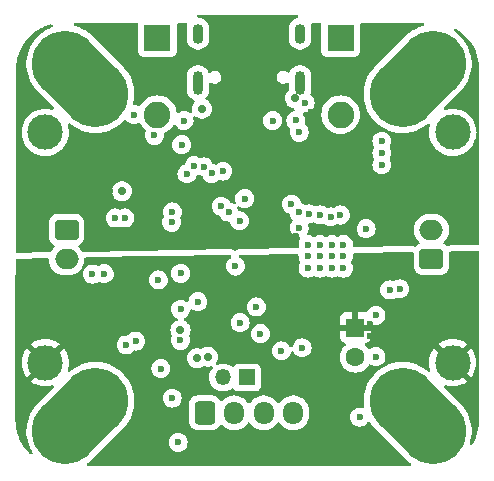
<source format=gbr>
%TF.GenerationSoftware,KiCad,Pcbnew,8.0.2*%
%TF.CreationDate,2024-09-15T16:43:51-04:00*%
%TF.ProjectId,StepperMotorDriver,53746570-7065-4724-9d6f-746f72447269,rev?*%
%TF.SameCoordinates,Original*%
%TF.FileFunction,Copper,L3,Inr*%
%TF.FilePolarity,Positive*%
%FSLAX46Y46*%
G04 Gerber Fmt 4.6, Leading zero omitted, Abs format (unit mm)*
G04 Created by KiCad (PCBNEW 8.0.2) date 2024-09-15 16:43:51*
%MOMM*%
%LPD*%
G01*
G04 APERTURE LIST*
G04 Aperture macros list*
%AMRoundRect*
0 Rectangle with rounded corners*
0 $1 Rounding radius*
0 $2 $3 $4 $5 $6 $7 $8 $9 X,Y pos of 4 corners*
0 Add a 4 corners polygon primitive as box body*
4,1,4,$2,$3,$4,$5,$6,$7,$8,$9,$2,$3,0*
0 Add four circle primitives for the rounded corners*
1,1,$1+$1,$2,$3*
1,1,$1+$1,$4,$5*
1,1,$1+$1,$6,$7*
1,1,$1+$1,$8,$9*
0 Add four rect primitives between the rounded corners*
20,1,$1+$1,$2,$3,$4,$5,0*
20,1,$1+$1,$4,$5,$6,$7,0*
20,1,$1+$1,$6,$7,$8,$9,0*
20,1,$1+$1,$8,$9,$2,$3,0*%
%AMHorizOval*
0 Thick line with rounded ends*
0 $1 width*
0 $2 $3 position (X,Y) of the first rounded end (center of the circle)*
0 $4 $5 position (X,Y) of the second rounded end (center of the circle)*
0 Add line between two ends*
20,1,$1,$2,$3,$4,$5,0*
0 Add two circle primitives to create the rounded ends*
1,1,$1,$2,$3*
1,1,$1,$4,$5*%
G04 Aperture macros list end*
%TA.AperFunction,ComponentPad*%
%ADD10R,1.600000X1.600000*%
%TD*%
%TA.AperFunction,ComponentPad*%
%ADD11C,1.600000*%
%TD*%
%TA.AperFunction,ComponentPad*%
%ADD12C,3.000000*%
%TD*%
%TA.AperFunction,ComponentPad*%
%ADD13RoundRect,0.250000X0.750000X-0.600000X0.750000X0.600000X-0.750000X0.600000X-0.750000X-0.600000X0*%
%TD*%
%TA.AperFunction,ComponentPad*%
%ADD14O,2.000000X1.700000*%
%TD*%
%TA.AperFunction,ComponentPad*%
%ADD15HorizOval,5.600000X-1.272792X1.272792X1.272792X-1.272792X0*%
%TD*%
%TA.AperFunction,ComponentPad*%
%ADD16R,2.250000X2.250000*%
%TD*%
%TA.AperFunction,ComponentPad*%
%ADD17C,2.250000*%
%TD*%
%TA.AperFunction,ComponentPad*%
%ADD18HorizOval,5.600000X-1.272792X-1.272792X1.272792X1.272792X0*%
%TD*%
%TA.AperFunction,ComponentPad*%
%ADD19RoundRect,0.250000X-0.750000X0.600000X-0.750000X-0.600000X0.750000X-0.600000X0.750000X0.600000X0*%
%TD*%
%TA.AperFunction,ComponentPad*%
%ADD20O,0.900000X2.000000*%
%TD*%
%TA.AperFunction,ComponentPad*%
%ADD21O,0.900000X1.700000*%
%TD*%
%TA.AperFunction,ComponentPad*%
%ADD22HorizOval,5.600000X1.272792X1.272792X-1.272792X-1.272792X0*%
%TD*%
%TA.AperFunction,ComponentPad*%
%ADD23RoundRect,0.250000X-0.600000X-0.725000X0.600000X-0.725000X0.600000X0.725000X-0.600000X0.725000X0*%
%TD*%
%TA.AperFunction,ComponentPad*%
%ADD24O,1.700000X1.950000*%
%TD*%
%TA.AperFunction,ComponentPad*%
%ADD25R,1.350000X1.350000*%
%TD*%
%TA.AperFunction,ComponentPad*%
%ADD26O,1.350000X1.350000*%
%TD*%
%TA.AperFunction,ViaPad*%
%ADD27C,0.700000*%
%TD*%
%TA.AperFunction,ViaPad*%
%ADD28C,0.600000*%
%TD*%
G04 APERTURE END LIST*
D10*
%TO.N,VCC*%
%TO.C,C8*%
X82250000Y-69544888D03*
D11*
%TO.N,GND*%
X82250000Y-72044888D03*
%TD*%
D12*
%TO.N,GND*%
%TO.C,J9*%
X90500000Y-53000000D03*
%TD*%
D13*
%TO.N,/CANH*%
%TO.C,J7*%
X88700000Y-63750000D03*
D14*
%TO.N,/CANL*%
X88700000Y-61250000D03*
%TD*%
D15*
%TO.N,GND*%
%TO.C,H3*%
X58977207Y-48477207D03*
%TD*%
D16*
%TO.N,GND*%
%TO.C,SW1*%
X81000000Y-45000000D03*
D17*
%TO.N,Net-(SW1-B)*%
X81000000Y-51500000D03*
%TD*%
D18*
%TO.N,GND*%
%TO.C,H4*%
X58977207Y-77022793D03*
%TD*%
D15*
%TO.N,GND*%
%TO.C,H2*%
X87522791Y-77022791D03*
%TD*%
D12*
%TO.N,GND*%
%TO.C,J2*%
X56000000Y-53000000D03*
%TD*%
%TO.N,VCC*%
%TO.C,J3*%
X90500000Y-72500000D03*
%TD*%
D19*
%TO.N,/CANH*%
%TO.C,J1*%
X57800000Y-61241432D03*
D14*
%TO.N,/CANL*%
X57800000Y-63741432D03*
%TD*%
D12*
%TO.N,VCC*%
%TO.C,J8*%
X56000000Y-72500000D03*
%TD*%
D20*
%TO.N,GND*%
%TO.C,J10*%
X77570000Y-48811250D03*
D21*
X77570000Y-44641250D03*
D20*
X68930000Y-48811250D03*
D21*
X68930000Y-44641250D03*
%TD*%
D22*
%TO.N,GND*%
%TO.C,H1*%
X87522792Y-48477208D03*
%TD*%
D23*
%TO.N,/OA2*%
%TO.C,J4*%
X69500000Y-76750000D03*
D24*
%TO.N,/OA1*%
X72000000Y-76750000D03*
%TO.N,/OB1*%
X74500000Y-76750000D03*
%TO.N,/OB2*%
X77000000Y-76750000D03*
%TD*%
D25*
%TO.N,/SWCLK*%
%TO.C,J5*%
X73066028Y-73750000D03*
D26*
%TO.N,/SWDIO*%
X71066028Y-73750000D03*
%TD*%
D16*
%TO.N,GND*%
%TO.C,SW2*%
X65500000Y-45000000D03*
D17*
%TO.N,Net-(SW2-B)*%
X65500000Y-51500000D03*
%TD*%
D27*
%TO.N,GND*%
X62520258Y-57990546D03*
D28*
X83165380Y-61165380D03*
X77468664Y-59760000D03*
X81250000Y-63500000D03*
X72103667Y-64320414D03*
X76846023Y-59096023D03*
X80250000Y-62500000D03*
X84000000Y-68500000D03*
X84500000Y-55750000D03*
X81250000Y-62500000D03*
D27*
X69250000Y-51000000D03*
D28*
X76000000Y-71500000D03*
X67547536Y-54047537D03*
D27*
X67450000Y-69750000D03*
D28*
X63500000Y-51500000D03*
X75254139Y-52001493D03*
X67250000Y-79250000D03*
X80250000Y-63500000D03*
X81250000Y-64500000D03*
X79250000Y-63500000D03*
X84000000Y-72000000D03*
X67450000Y-70609637D03*
X72500000Y-69106568D03*
X67750000Y-52000000D03*
X61926505Y-60250000D03*
X62750000Y-60250000D03*
X66750000Y-75500000D03*
X72889230Y-58610770D03*
X82608880Y-77108880D03*
X80250000Y-64500000D03*
X74219970Y-70046722D03*
X60000000Y-65000000D03*
D27*
X77125000Y-50125000D03*
D28*
X79250000Y-62500000D03*
X84500000Y-54750000D03*
X63650000Y-70669240D03*
X77499817Y-61060742D03*
X78250000Y-62500000D03*
X77222998Y-51997030D03*
X77750000Y-71250000D03*
X84500000Y-53750000D03*
X78250000Y-64500000D03*
X78000000Y-50500000D03*
X78250000Y-63500000D03*
X79250000Y-64500000D03*
X61000000Y-64973507D03*
%TO.N,+3V3*%
X78530000Y-51250000D03*
X77212816Y-61807491D03*
X69600000Y-60075000D03*
D27*
X69250000Y-53250000D03*
X68875000Y-72125000D03*
D28*
X74097298Y-58595668D03*
X65311747Y-54558347D03*
X80750000Y-56750000D03*
X80000000Y-54250000D03*
D27*
X66250000Y-54000000D03*
D28*
X61500000Y-58000000D03*
X74150000Y-56900000D03*
X73871873Y-67784373D03*
X62850000Y-71000000D03*
X75750000Y-59155287D03*
X65787500Y-73000000D03*
X55250000Y-62500000D03*
X70250000Y-52750000D03*
X80750000Y-55750000D03*
X80750000Y-54750000D03*
D27*
X69750000Y-72000000D03*
D28*
X80000000Y-56250000D03*
X80000000Y-55250000D03*
%TO.N,VCC*%
X83500000Y-70250000D03*
X78100000Y-67650000D03*
X83500000Y-69250000D03*
X84559998Y-64385354D03*
X77250000Y-67650000D03*
X76500000Y-68000000D03*
X82250000Y-67650000D03*
%TO.N,/MOT_ENABLE*%
X68915708Y-67339593D03*
X85152446Y-66347554D03*
%TO.N,/MOT_DIAG*%
X70107698Y-56477902D03*
X79260869Y-59989131D03*
%TO.N,/MOT_SPREAD*%
X67466398Y-67987997D03*
X86000000Y-66250000D03*
%TO.N,/MOT_MS1*%
X68000000Y-56500000D03*
X80989679Y-60000000D03*
%TO.N,/MOT_MS2*%
X69420380Y-55920380D03*
X80155269Y-60151600D03*
%TO.N,/MOT_INDEX*%
X78353553Y-59896448D03*
X71038878Y-56288768D03*
%TO.N,/ESCL*%
X70900000Y-59250000D03*
%TO.N,/ESDA*%
X68625437Y-55830557D03*
%TO.N,/CAN_RX*%
X65588118Y-65500000D03*
X67470056Y-64942944D03*
%TO.N,Net-(SW2-B)*%
X65250000Y-53250000D03*
X66711765Y-60613235D03*
%TO.N,Net-(SW1-B)*%
X77500000Y-53000000D03*
X66758885Y-59741115D03*
%TO.N,/SWDIO*%
X72450000Y-60500000D03*
%TO.N,/SWCLK*%
X71525000Y-59750735D03*
%TD*%
%TA.AperFunction,Conductor*%
%TO.N,+3V3*%
G36*
X77294274Y-43076661D02*
G01*
X77361220Y-43096661D01*
X77406725Y-43149680D01*
X77416343Y-43218884D01*
X77387020Y-43282303D01*
X77328065Y-43319800D01*
X77317883Y-43322277D01*
X77292753Y-43327275D01*
X77292748Y-43327277D01*
X77119771Y-43398926D01*
X77119762Y-43398931D01*
X76964092Y-43502947D01*
X76964088Y-43502950D01*
X76831700Y-43635338D01*
X76831697Y-43635342D01*
X76727681Y-43791012D01*
X76727676Y-43791021D01*
X76656027Y-43963998D01*
X76656025Y-43964006D01*
X76619500Y-44147629D01*
X76619500Y-45134870D01*
X76656025Y-45318493D01*
X76656027Y-45318501D01*
X76727676Y-45491478D01*
X76727681Y-45491487D01*
X76831697Y-45647157D01*
X76831700Y-45647161D01*
X76964088Y-45779549D01*
X76964092Y-45779552D01*
X77119762Y-45883568D01*
X77119768Y-45883571D01*
X77119769Y-45883572D01*
X77292749Y-45955223D01*
X77476379Y-45991749D01*
X77476383Y-45991750D01*
X77476384Y-45991750D01*
X77663617Y-45991750D01*
X77663618Y-45991749D01*
X77847251Y-45955223D01*
X78020231Y-45883572D01*
X78175908Y-45779552D01*
X78308302Y-45647158D01*
X78412322Y-45491481D01*
X78483973Y-45318501D01*
X78520500Y-45134866D01*
X78520500Y-44147634D01*
X78483973Y-43963999D01*
X78480537Y-43955703D01*
X78466557Y-43921952D01*
X78459088Y-43852483D01*
X78490363Y-43790004D01*
X78550452Y-43754352D01*
X78581118Y-43750500D01*
X79250500Y-43750500D01*
X79317539Y-43770185D01*
X79363294Y-43822989D01*
X79374500Y-43874500D01*
X79374500Y-46172870D01*
X79374501Y-46172876D01*
X79380908Y-46232483D01*
X79431202Y-46367328D01*
X79431206Y-46367335D01*
X79517452Y-46482544D01*
X79517455Y-46482547D01*
X79632664Y-46568793D01*
X79632671Y-46568797D01*
X79767517Y-46619091D01*
X79767516Y-46619091D01*
X79774444Y-46619835D01*
X79827127Y-46625500D01*
X82172872Y-46625499D01*
X82232483Y-46619091D01*
X82367331Y-46568796D01*
X82482546Y-46482546D01*
X82568796Y-46367331D01*
X82619091Y-46232483D01*
X82625500Y-46172873D01*
X82625499Y-43874499D01*
X82645184Y-43807461D01*
X82697987Y-43761706D01*
X82749499Y-43750500D01*
X87982797Y-43750500D01*
X88049836Y-43770185D01*
X88095591Y-43822989D01*
X88105535Y-43892147D01*
X88076510Y-43955703D01*
X88017732Y-43993477D01*
X88006988Y-43996117D01*
X87992681Y-43998962D01*
X87992669Y-43998965D01*
X87682335Y-44093103D01*
X87382733Y-44217202D01*
X87382728Y-44217204D01*
X87096752Y-44370062D01*
X87096734Y-44370073D01*
X86827115Y-44550227D01*
X86827101Y-44550237D01*
X86576424Y-44755962D01*
X83801546Y-47530840D01*
X83595820Y-47781518D01*
X83415657Y-48051151D01*
X83415646Y-48051169D01*
X83262788Y-48337145D01*
X83262786Y-48337150D01*
X83138686Y-48636752D01*
X83044548Y-48947086D01*
X83044545Y-48947097D01*
X82981285Y-49265132D01*
X82962599Y-49454866D01*
X82949501Y-49587857D01*
X82949501Y-49912143D01*
X82954920Y-49967161D01*
X82981285Y-50234867D01*
X83044545Y-50552902D01*
X83044548Y-50552913D01*
X83138686Y-50863247D01*
X83262786Y-51162849D01*
X83262788Y-51162854D01*
X83415646Y-51448830D01*
X83415657Y-51448848D01*
X83595820Y-51718481D01*
X83801546Y-51969159D01*
X84030840Y-52198453D01*
X84281518Y-52404179D01*
X84281524Y-52404183D01*
X84551158Y-52584347D01*
X84551167Y-52584352D01*
X84551169Y-52584353D01*
X84837145Y-52737211D01*
X84837147Y-52737211D01*
X84837153Y-52737215D01*
X85136754Y-52861314D01*
X85447077Y-52955449D01*
X85447083Y-52955450D01*
X85447086Y-52955451D01*
X85447097Y-52955454D01*
X85765112Y-53018710D01*
X85765132Y-53018714D01*
X86087857Y-53050499D01*
X86087860Y-53050499D01*
X86412140Y-53050499D01*
X86412143Y-53050499D01*
X86734868Y-53018714D01*
X86796780Y-53006398D01*
X87052902Y-52955454D01*
X87052913Y-52955451D01*
X87052913Y-52955450D01*
X87052923Y-52955449D01*
X87363246Y-52861314D01*
X87662847Y-52737215D01*
X87948842Y-52584347D01*
X88218476Y-52404183D01*
X88394109Y-52260044D01*
X88458417Y-52232733D01*
X88527284Y-52244524D01*
X88578845Y-52291676D01*
X88596728Y-52359218D01*
X88588955Y-52399230D01*
X88575628Y-52434961D01*
X88514804Y-52714566D01*
X88494390Y-52999998D01*
X88494390Y-53000001D01*
X88514804Y-53285433D01*
X88575628Y-53565037D01*
X88575630Y-53565043D01*
X88575631Y-53565046D01*
X88665340Y-53805565D01*
X88675635Y-53833166D01*
X88812770Y-54084309D01*
X88812775Y-54084317D01*
X88984254Y-54313387D01*
X88984270Y-54313405D01*
X89186594Y-54515729D01*
X89186612Y-54515745D01*
X89415682Y-54687224D01*
X89415690Y-54687229D01*
X89666833Y-54824364D01*
X89666832Y-54824364D01*
X89666836Y-54824365D01*
X89666839Y-54824367D01*
X89934954Y-54924369D01*
X89934960Y-54924370D01*
X89934962Y-54924371D01*
X90214566Y-54985195D01*
X90214568Y-54985195D01*
X90214572Y-54985196D01*
X90468220Y-55003337D01*
X90499999Y-55005610D01*
X90500000Y-55005610D01*
X90500001Y-55005610D01*
X90528595Y-55003564D01*
X90785428Y-54985196D01*
X91042586Y-54929255D01*
X91065037Y-54924371D01*
X91065037Y-54924370D01*
X91065046Y-54924369D01*
X91333161Y-54824367D01*
X91584315Y-54687226D01*
X91813395Y-54515739D01*
X92015739Y-54313395D01*
X92187226Y-54084315D01*
X92324367Y-53833161D01*
X92424369Y-53565046D01*
X92438027Y-53502262D01*
X92485195Y-53285433D01*
X92485195Y-53285432D01*
X92485196Y-53285428D01*
X92501816Y-53053048D01*
X92522427Y-52997787D01*
X92506523Y-52973040D01*
X92501816Y-52946951D01*
X92492790Y-52820750D01*
X92485196Y-52714572D01*
X92471792Y-52652956D01*
X92424371Y-52434962D01*
X92424370Y-52434960D01*
X92424369Y-52434954D01*
X92324367Y-52166839D01*
X92304371Y-52130220D01*
X92187229Y-51915690D01*
X92187224Y-51915682D01*
X92015745Y-51686612D01*
X92015729Y-51686594D01*
X91813405Y-51484270D01*
X91813387Y-51484254D01*
X91584317Y-51312775D01*
X91584309Y-51312770D01*
X91333166Y-51175635D01*
X91333167Y-51175635D01*
X91210321Y-51129816D01*
X91065046Y-51075631D01*
X91065043Y-51075630D01*
X91065037Y-51075628D01*
X90785433Y-51014804D01*
X90500001Y-50994390D01*
X90499999Y-50994390D01*
X90214566Y-51014804D01*
X89934961Y-51075628D01*
X89927807Y-51078296D01*
X89922038Y-51080448D01*
X89852348Y-51085431D01*
X89791026Y-51051944D01*
X89757542Y-50990620D01*
X89762528Y-50920929D01*
X89791028Y-50876584D01*
X91244037Y-49423575D01*
X91244038Y-49423574D01*
X91244042Y-49423570D01*
X91449767Y-49172893D01*
X91629931Y-48903259D01*
X91782799Y-48617264D01*
X91906897Y-48317663D01*
X92001032Y-48007340D01*
X92001034Y-48007330D01*
X92001037Y-48007319D01*
X92040082Y-47811021D01*
X92064297Y-47689284D01*
X92096083Y-47366559D01*
X92096083Y-47042273D01*
X92064297Y-46719548D01*
X92034310Y-46568793D01*
X92001037Y-46401513D01*
X92001034Y-46401502D01*
X92001033Y-46401499D01*
X92001032Y-46401493D01*
X91906897Y-46091170D01*
X91782799Y-45791569D01*
X91705609Y-45647158D01*
X91629937Y-45505585D01*
X91629936Y-45505583D01*
X91629931Y-45505574D01*
X91449767Y-45235940D01*
X91244042Y-44985263D01*
X91244040Y-44985261D01*
X91244037Y-44985257D01*
X91014742Y-44755962D01*
X90764065Y-44550237D01*
X90764062Y-44550235D01*
X90764060Y-44550233D01*
X90750077Y-44540890D01*
X90632653Y-44462429D01*
X90587848Y-44408817D01*
X90579141Y-44339492D01*
X90609296Y-44276464D01*
X90668739Y-44239745D01*
X90738597Y-44240992D01*
X90765390Y-44253027D01*
X91018302Y-44404944D01*
X91028397Y-44411703D01*
X91176588Y-44521806D01*
X91324776Y-44631908D01*
X91334168Y-44639628D01*
X91607572Y-44887810D01*
X91616162Y-44896413D01*
X91863939Y-45170164D01*
X91871640Y-45179559D01*
X92091436Y-45476283D01*
X92098171Y-45486375D01*
X92109673Y-45505585D01*
X92287846Y-45803182D01*
X92293572Y-45813906D01*
X92451311Y-46147762D01*
X92455959Y-46158996D01*
X92580242Y-46506684D01*
X92583768Y-46518319D01*
X92673406Y-46876508D01*
X92675776Y-46888432D01*
X92729909Y-47253679D01*
X92731100Y-47265778D01*
X92749351Y-47637537D01*
X92749500Y-47643617D01*
X92749500Y-52938105D01*
X92729904Y-53004839D01*
X92746666Y-53035536D01*
X92749500Y-53061894D01*
X92749500Y-62414733D01*
X92729815Y-62481772D01*
X92677011Y-62527527D01*
X92618720Y-62538548D01*
X92615009Y-62538344D01*
X90314000Y-62576694D01*
X90210850Y-62589092D01*
X90161404Y-62600282D01*
X90161403Y-62600283D01*
X90084967Y-62626078D01*
X90015153Y-62628863D01*
X89957637Y-62596269D01*
X89918657Y-62557289D01*
X89918656Y-62557288D01*
X89769334Y-62465186D01*
X89769333Y-62465185D01*
X89763878Y-62461821D01*
X89717154Y-62409873D01*
X89705931Y-62340910D01*
X89733775Y-62276828D01*
X89741272Y-62268623D01*
X89880104Y-62129792D01*
X89959826Y-62020064D01*
X90005048Y-61957820D01*
X90005047Y-61957820D01*
X90005051Y-61957816D01*
X90101557Y-61768412D01*
X90167246Y-61566243D01*
X90200500Y-61356287D01*
X90200500Y-61143713D01*
X90167246Y-60933757D01*
X90101557Y-60731588D01*
X90005051Y-60542184D01*
X90005049Y-60542181D01*
X90005048Y-60542179D01*
X89880109Y-60370213D01*
X89729786Y-60219890D01*
X89557820Y-60094951D01*
X89368414Y-59998444D01*
X89368413Y-59998443D01*
X89368412Y-59998443D01*
X89166243Y-59932754D01*
X89166241Y-59932753D01*
X89166240Y-59932753D01*
X88968491Y-59901433D01*
X88956287Y-59899500D01*
X88443713Y-59899500D01*
X88431509Y-59901433D01*
X88233760Y-59932753D01*
X88031585Y-59998444D01*
X87842179Y-60094951D01*
X87670213Y-60219890D01*
X87519890Y-60370213D01*
X87394951Y-60542179D01*
X87298444Y-60731585D01*
X87232753Y-60933760D01*
X87216660Y-61035368D01*
X87199500Y-61143713D01*
X87199500Y-61356287D01*
X87209401Y-61418800D01*
X87228704Y-61540677D01*
X87232754Y-61566243D01*
X87280968Y-61714631D01*
X87298444Y-61768414D01*
X87394951Y-61957820D01*
X87519890Y-62129786D01*
X87658705Y-62268601D01*
X87692190Y-62329924D01*
X87687206Y-62399616D01*
X87645334Y-62455549D01*
X87636121Y-62461821D01*
X87481345Y-62557287D01*
X87401336Y-62637296D01*
X87340012Y-62670780D01*
X87279847Y-62666997D01*
X87279382Y-62668688D01*
X87208332Y-62649105D01*
X87207799Y-62648955D01*
X87207746Y-62648944D01*
X87065008Y-62630844D01*
X82172454Y-62712388D01*
X82105096Y-62693823D01*
X82058468Y-62641789D01*
X82047168Y-62574522D01*
X82055565Y-62500000D01*
X82053511Y-62481772D01*
X82035369Y-62320750D01*
X82035368Y-62320745D01*
X82017122Y-62268600D01*
X81975789Y-62150478D01*
X81962787Y-62129786D01*
X81879815Y-61997737D01*
X81752262Y-61870184D01*
X81599523Y-61774211D01*
X81429254Y-61714631D01*
X81429249Y-61714630D01*
X81250004Y-61694435D01*
X81249996Y-61694435D01*
X81070750Y-61714630D01*
X81070737Y-61714633D01*
X80900479Y-61774209D01*
X80815971Y-61827309D01*
X80748734Y-61846309D01*
X80684029Y-61827309D01*
X80599520Y-61774209D01*
X80429262Y-61714633D01*
X80429249Y-61714630D01*
X80250004Y-61694435D01*
X80249996Y-61694435D01*
X80070750Y-61714630D01*
X80070737Y-61714633D01*
X79900479Y-61774209D01*
X79815971Y-61827309D01*
X79748734Y-61846309D01*
X79684029Y-61827309D01*
X79599520Y-61774209D01*
X79429262Y-61714633D01*
X79429249Y-61714630D01*
X79250004Y-61694435D01*
X79249996Y-61694435D01*
X79070750Y-61714630D01*
X79070737Y-61714633D01*
X78900479Y-61774209D01*
X78815971Y-61827309D01*
X78748734Y-61846309D01*
X78684029Y-61827309D01*
X78599520Y-61774209D01*
X78429262Y-61714633D01*
X78429249Y-61714630D01*
X78256572Y-61695175D01*
X78192158Y-61668109D01*
X78152602Y-61610514D01*
X78150465Y-61540677D01*
X78165462Y-61505982D01*
X78225605Y-61410266D01*
X78244493Y-61356287D01*
X78285185Y-61239997D01*
X78293592Y-61165383D01*
X78293593Y-61165376D01*
X82359815Y-61165376D01*
X82359815Y-61165383D01*
X82380010Y-61344629D01*
X82380011Y-61344634D01*
X82439591Y-61514903D01*
X82499668Y-61610514D01*
X82535564Y-61667642D01*
X82663118Y-61795196D01*
X82744147Y-61846110D01*
X82782460Y-61870184D01*
X82815858Y-61891169D01*
X82984636Y-61950227D01*
X82986125Y-61950748D01*
X82986130Y-61950749D01*
X83165376Y-61970945D01*
X83165380Y-61970945D01*
X83165384Y-61970945D01*
X83344629Y-61950749D01*
X83344632Y-61950748D01*
X83344635Y-61950748D01*
X83514902Y-61891169D01*
X83667642Y-61795196D01*
X83795196Y-61667642D01*
X83891169Y-61514902D01*
X83950748Y-61344635D01*
X83950749Y-61344629D01*
X83970945Y-61165383D01*
X83970945Y-61165376D01*
X83950749Y-60986130D01*
X83950748Y-60986125D01*
X83946075Y-60972769D01*
X83891169Y-60815858D01*
X83884701Y-60805565D01*
X83827745Y-60714919D01*
X83795196Y-60663118D01*
X83667642Y-60535564D01*
X83514903Y-60439591D01*
X83344634Y-60380011D01*
X83344629Y-60380010D01*
X83165384Y-60359815D01*
X83165376Y-60359815D01*
X82986130Y-60380010D01*
X82986125Y-60380011D01*
X82815856Y-60439591D01*
X82663117Y-60535564D01*
X82535564Y-60663117D01*
X82439591Y-60815856D01*
X82380011Y-60986125D01*
X82380010Y-60986130D01*
X82359815Y-61165376D01*
X78293593Y-61165376D01*
X78305382Y-61060745D01*
X78305382Y-61060738D01*
X78285186Y-60881492D01*
X78285183Y-60881479D01*
X78278716Y-60862997D01*
X78275154Y-60793218D01*
X78309882Y-60732591D01*
X78371876Y-60700363D01*
X78381874Y-60698822D01*
X78532802Y-60681817D01*
X78532805Y-60681816D01*
X78532808Y-60681816D01*
X78532809Y-60681815D01*
X78532812Y-60681815D01*
X78586247Y-60663117D01*
X78685742Y-60628301D01*
X78755519Y-60624739D01*
X78792668Y-60640349D01*
X78890805Y-60702013D01*
X78911347Y-60714920D01*
X79046926Y-60762361D01*
X79081614Y-60774499D01*
X79081619Y-60774500D01*
X79260865Y-60794696D01*
X79260869Y-60794696D01*
X79260873Y-60794696D01*
X79440118Y-60774500D01*
X79440119Y-60774499D01*
X79440124Y-60774499D01*
X79519158Y-60746842D01*
X79588936Y-60743280D01*
X79647794Y-60776203D01*
X79653007Y-60781416D01*
X79671790Y-60793218D01*
X79761398Y-60849523D01*
X79805747Y-60877389D01*
X79966846Y-60933760D01*
X79976014Y-60936968D01*
X79976019Y-60936969D01*
X80155265Y-60957165D01*
X80155269Y-60957165D01*
X80155273Y-60957165D01*
X80334518Y-60936969D01*
X80334521Y-60936968D01*
X80334524Y-60936968D01*
X80504791Y-60877389D01*
X80657531Y-60781416D01*
X80657531Y-60781415D01*
X80657618Y-60781361D01*
X80724854Y-60762361D01*
X80764545Y-60769314D01*
X80810427Y-60785369D01*
X80989675Y-60805565D01*
X80989679Y-60805565D01*
X80989683Y-60805565D01*
X81168928Y-60785369D01*
X81168931Y-60785368D01*
X81168934Y-60785368D01*
X81339201Y-60725789D01*
X81491941Y-60629816D01*
X81619495Y-60502262D01*
X81715468Y-60349522D01*
X81775047Y-60179255D01*
X81775777Y-60172776D01*
X81795244Y-60000003D01*
X81795244Y-59999996D01*
X81775048Y-59820750D01*
X81775047Y-59820745D01*
X81741838Y-59725839D01*
X81715468Y-59650478D01*
X81619495Y-59497738D01*
X81491941Y-59370184D01*
X81453508Y-59346035D01*
X81339202Y-59274211D01*
X81168933Y-59214631D01*
X81168928Y-59214630D01*
X80989683Y-59194435D01*
X80989675Y-59194435D01*
X80810429Y-59214630D01*
X80810424Y-59214631D01*
X80640155Y-59274211D01*
X80487330Y-59370238D01*
X80420093Y-59389238D01*
X80380405Y-59382286D01*
X80334524Y-59366232D01*
X80334515Y-59366230D01*
X80155273Y-59346035D01*
X80155265Y-59346035D01*
X79976019Y-59366230D01*
X79976011Y-59366232D01*
X79896977Y-59393887D01*
X79827198Y-59397448D01*
X79768342Y-59364526D01*
X79763131Y-59359315D01*
X79610392Y-59263342D01*
X79440123Y-59203762D01*
X79440118Y-59203761D01*
X79260873Y-59183566D01*
X79260865Y-59183566D01*
X79081619Y-59203761D01*
X79081611Y-59203763D01*
X78928678Y-59257277D01*
X78858900Y-59260838D01*
X78821752Y-59245229D01*
X78773057Y-59214632D01*
X78703075Y-59170659D01*
X78697614Y-59168748D01*
X78532807Y-59111079D01*
X78532802Y-59111078D01*
X78353557Y-59090883D01*
X78353549Y-59090883D01*
X78174300Y-59111079D01*
X78080504Y-59143899D01*
X78010725Y-59147460D01*
X77973578Y-59131850D01*
X77818187Y-59034210D01*
X77818185Y-59034209D01*
X77708521Y-58995836D01*
X77651745Y-58955114D01*
X77632434Y-58919749D01*
X77627653Y-58906087D01*
X77571812Y-58746501D01*
X77475839Y-58593761D01*
X77348285Y-58466207D01*
X77293073Y-58431515D01*
X77195546Y-58370234D01*
X77025277Y-58310654D01*
X77025272Y-58310653D01*
X76846027Y-58290458D01*
X76846019Y-58290458D01*
X76666773Y-58310653D01*
X76666768Y-58310654D01*
X76496499Y-58370234D01*
X76343760Y-58466207D01*
X76216207Y-58593760D01*
X76120234Y-58746499D01*
X76060654Y-58916768D01*
X76060653Y-58916773D01*
X76040458Y-59096019D01*
X76040458Y-59096026D01*
X76060653Y-59275272D01*
X76060654Y-59275277D01*
X76120234Y-59445546D01*
X76193323Y-59561865D01*
X76216207Y-59598285D01*
X76343761Y-59725839D01*
X76496501Y-59821812D01*
X76606166Y-59860185D01*
X76662940Y-59900905D01*
X76682252Y-59936271D01*
X76742875Y-60109523D01*
X76838848Y-60262262D01*
X76914852Y-60338266D01*
X76948337Y-60399589D01*
X76943353Y-60469281D01*
X76914853Y-60513627D01*
X76870001Y-60558479D01*
X76774028Y-60711218D01*
X76714448Y-60881487D01*
X76714447Y-60881492D01*
X76694252Y-61060738D01*
X76694252Y-61060745D01*
X76714447Y-61239991D01*
X76714448Y-61239996D01*
X76774028Y-61410265D01*
X76839776Y-61514902D01*
X76870001Y-61563004D01*
X76997555Y-61690558D01*
X77035867Y-61714631D01*
X77130684Y-61774209D01*
X77150295Y-61786531D01*
X77266832Y-61827309D01*
X77320562Y-61846110D01*
X77320566Y-61846111D01*
X77419685Y-61857278D01*
X77493245Y-61865566D01*
X77557658Y-61892632D01*
X77597213Y-61950227D01*
X77599351Y-62020064D01*
X77584355Y-62054758D01*
X77524211Y-62150476D01*
X77464631Y-62320745D01*
X77464630Y-62320750D01*
X77444435Y-62499996D01*
X77444435Y-62500003D01*
X77462134Y-62657090D01*
X77450079Y-62725912D01*
X77402730Y-62777291D01*
X77335120Y-62794915D01*
X77323320Y-62793989D01*
X77317865Y-62793297D01*
X72529174Y-62873108D01*
X72458939Y-62879196D01*
X72424861Y-62884565D01*
X72424860Y-62884565D01*
X72356180Y-62900358D01*
X72356169Y-62900362D01*
X72225915Y-62961460D01*
X72167528Y-62999830D01*
X72167511Y-62999843D01*
X72164190Y-63002781D01*
X72100932Y-63032448D01*
X72031676Y-63023205D01*
X72002414Y-63004949D01*
X71975359Y-62982284D01*
X71975357Y-62982283D01*
X71843512Y-62924707D01*
X71843506Y-62924705D01*
X71843504Y-62924704D01*
X71843500Y-62924703D01*
X71843489Y-62924699D01*
X71777706Y-62906568D01*
X71776281Y-62906155D01*
X71633406Y-62888038D01*
X59414006Y-63091694D01*
X59310855Y-63104092D01*
X59261395Y-63115285D01*
X59258912Y-63115984D01*
X59258340Y-63115977D01*
X59258298Y-63115987D01*
X59258295Y-63115976D01*
X59189048Y-63115172D01*
X59130712Y-63076717D01*
X59114879Y-63052906D01*
X59105051Y-63033616D01*
X59105049Y-63033613D01*
X59105048Y-63033611D01*
X58980109Y-62861645D01*
X58841294Y-62722830D01*
X58807809Y-62661507D01*
X58812793Y-62591815D01*
X58854665Y-62535882D01*
X58863879Y-62529610D01*
X58869331Y-62526246D01*
X58869334Y-62526246D01*
X59018656Y-62434144D01*
X59142712Y-62310088D01*
X59234814Y-62160766D01*
X59289999Y-61994229D01*
X59300500Y-61891441D01*
X59300499Y-60591424D01*
X59298130Y-60568237D01*
X59289999Y-60488635D01*
X59289998Y-60488632D01*
X59260492Y-60399589D01*
X59234814Y-60322098D01*
X59190341Y-60249996D01*
X61120940Y-60249996D01*
X61120940Y-60250003D01*
X61141135Y-60429249D01*
X61141136Y-60429254D01*
X61200716Y-60599523D01*
X61273225Y-60714919D01*
X61296689Y-60752262D01*
X61424243Y-60879816D01*
X61510090Y-60933757D01*
X61575574Y-60974904D01*
X61576983Y-60975789D01*
X61747244Y-61035366D01*
X61747250Y-61035368D01*
X61747255Y-61035369D01*
X61926501Y-61055565D01*
X61926505Y-61055565D01*
X61926509Y-61055565D01*
X62105754Y-61035369D01*
X62105757Y-61035368D01*
X62105760Y-61035368D01*
X62276027Y-60975789D01*
X62276030Y-60975786D01*
X62282293Y-60972771D01*
X62283372Y-60975012D01*
X62339488Y-60959142D01*
X62393177Y-60974904D01*
X62394206Y-60972769D01*
X62400478Y-60975789D01*
X62570737Y-61035366D01*
X62570743Y-61035367D01*
X62570745Y-61035368D01*
X62570746Y-61035368D01*
X62570750Y-61035369D01*
X62749996Y-61055565D01*
X62750000Y-61055565D01*
X62750004Y-61055565D01*
X62929249Y-61035369D01*
X62929252Y-61035368D01*
X62929255Y-61035368D01*
X63099522Y-60975789D01*
X63252262Y-60879816D01*
X63379816Y-60752262D01*
X63467175Y-60613231D01*
X65906200Y-60613231D01*
X65906200Y-60613238D01*
X65926395Y-60792484D01*
X65926396Y-60792489D01*
X65985976Y-60962758D01*
X66047544Y-61060742D01*
X66081949Y-61115497D01*
X66209503Y-61243051D01*
X66362243Y-61339024D01*
X66411578Y-61356287D01*
X66532510Y-61398603D01*
X66532515Y-61398604D01*
X66711761Y-61418800D01*
X66711765Y-61418800D01*
X66711769Y-61418800D01*
X66891014Y-61398604D01*
X66891017Y-61398603D01*
X66891020Y-61398603D01*
X67061287Y-61339024D01*
X67214027Y-61243051D01*
X67341581Y-61115497D01*
X67437554Y-60962757D01*
X67497133Y-60792490D01*
X67497134Y-60792484D01*
X67517330Y-60613238D01*
X67517330Y-60613231D01*
X67497134Y-60433985D01*
X67497133Y-60433980D01*
X67435254Y-60257140D01*
X67438420Y-60256031D01*
X67429081Y-60201950D01*
X67447273Y-60150158D01*
X67484674Y-60090637D01*
X67544253Y-59920370D01*
X67546446Y-59900905D01*
X67564450Y-59741118D01*
X67564450Y-59741111D01*
X67544254Y-59561865D01*
X67544253Y-59561860D01*
X67503553Y-59445546D01*
X67484674Y-59391593D01*
X67483194Y-59389238D01*
X67420659Y-59289714D01*
X67395703Y-59249996D01*
X70094435Y-59249996D01*
X70094435Y-59250003D01*
X70114630Y-59429249D01*
X70114631Y-59429254D01*
X70174211Y-59599523D01*
X70242642Y-59708429D01*
X70270184Y-59752262D01*
X70397738Y-59879816D01*
X70487586Y-59936271D01*
X70550478Y-59975789D01*
X70727318Y-60037668D01*
X70726412Y-60040254D01*
X70776538Y-60068281D01*
X70795050Y-60094647D01*
X70795507Y-60094361D01*
X70799210Y-60100254D01*
X70799211Y-60100257D01*
X70895184Y-60252997D01*
X71022738Y-60380551D01*
X71175478Y-60476524D01*
X71344205Y-60535564D01*
X71345745Y-60536103D01*
X71345750Y-60536104D01*
X71448648Y-60547697D01*
X71525000Y-60556300D01*
X71525970Y-60556190D01*
X71526595Y-60556300D01*
X71531964Y-60556300D01*
X71531964Y-60557239D01*
X71594790Y-60568237D01*
X71646175Y-60615581D01*
X71663084Y-60665524D01*
X71664630Y-60679249D01*
X71664631Y-60679254D01*
X71664632Y-60679255D01*
X71666921Y-60685797D01*
X71724210Y-60849521D01*
X71802994Y-60974904D01*
X71820184Y-61002262D01*
X71947738Y-61129816D01*
X72100478Y-61225789D01*
X72270745Y-61285368D01*
X72270750Y-61285369D01*
X72449996Y-61305565D01*
X72450000Y-61305565D01*
X72450004Y-61305565D01*
X72629249Y-61285369D01*
X72629252Y-61285368D01*
X72629255Y-61285368D01*
X72799522Y-61225789D01*
X72952262Y-61129816D01*
X73079816Y-61002262D01*
X73175789Y-60849522D01*
X73235368Y-60679255D01*
X73236915Y-60665524D01*
X73255565Y-60500003D01*
X73255565Y-60499996D01*
X73235369Y-60320750D01*
X73235368Y-60320745D01*
X73213112Y-60257140D01*
X73175789Y-60150478D01*
X73079816Y-59997738D01*
X72952262Y-59870184D01*
X72936347Y-59860184D01*
X72799523Y-59774211D01*
X72629254Y-59714631D01*
X72629249Y-59714630D01*
X72450004Y-59694435D01*
X72450000Y-59694435D01*
X72449015Y-59694546D01*
X72448381Y-59694435D01*
X72443036Y-59694435D01*
X72443036Y-59693498D01*
X72380194Y-59682489D01*
X72328815Y-59635138D01*
X72311914Y-59585208D01*
X72310368Y-59571480D01*
X72310367Y-59571477D01*
X72310366Y-59571472D01*
X72257405Y-59420120D01*
X72253843Y-59350341D01*
X72288571Y-59289714D01*
X72350564Y-59257486D01*
X72420140Y-59263891D01*
X72440418Y-59274171D01*
X72465154Y-59289714D01*
X72539708Y-59336559D01*
X72624503Y-59366230D01*
X72709975Y-59396138D01*
X72709980Y-59396139D01*
X72889226Y-59416335D01*
X72889230Y-59416335D01*
X72889234Y-59416335D01*
X73068479Y-59396139D01*
X73068482Y-59396138D01*
X73068485Y-59396138D01*
X73238752Y-59336559D01*
X73391492Y-59240586D01*
X73519046Y-59113032D01*
X73615019Y-58960292D01*
X73674598Y-58790025D01*
X73693071Y-58626072D01*
X73694795Y-58610773D01*
X73694795Y-58610766D01*
X73674599Y-58431520D01*
X73674598Y-58431515D01*
X73632307Y-58310654D01*
X73615019Y-58261248D01*
X73519046Y-58108508D01*
X73391492Y-57980954D01*
X73238753Y-57884981D01*
X73068484Y-57825401D01*
X73068479Y-57825400D01*
X72889234Y-57805205D01*
X72889226Y-57805205D01*
X72709980Y-57825400D01*
X72709975Y-57825401D01*
X72539706Y-57884981D01*
X72386967Y-57980954D01*
X72259414Y-58108507D01*
X72163441Y-58261246D01*
X72103861Y-58431515D01*
X72103860Y-58431520D01*
X72083665Y-58610766D01*
X72083665Y-58610773D01*
X72103860Y-58790019D01*
X72103863Y-58790032D01*
X72156824Y-58941384D01*
X72160386Y-59011163D01*
X72125658Y-59071790D01*
X72063664Y-59104018D01*
X71994089Y-59097613D01*
X71973811Y-59087333D01*
X71874521Y-59024945D01*
X71785566Y-58993819D01*
X71704255Y-58965367D01*
X71704252Y-58965366D01*
X71697683Y-58963068D01*
X71698584Y-58960490D01*
X71648423Y-58932414D01*
X71629950Y-58906087D01*
X71629494Y-58906374D01*
X71529815Y-58747737D01*
X71402262Y-58620184D01*
X71249523Y-58524211D01*
X71079254Y-58464631D01*
X71079249Y-58464630D01*
X70900004Y-58444435D01*
X70899996Y-58444435D01*
X70720750Y-58464630D01*
X70720745Y-58464631D01*
X70550476Y-58524211D01*
X70397737Y-58620184D01*
X70270184Y-58747737D01*
X70174211Y-58900476D01*
X70114631Y-59070745D01*
X70114630Y-59070750D01*
X70094435Y-59249996D01*
X67395703Y-59249996D01*
X67388701Y-59238853D01*
X67261147Y-59111299D01*
X67236840Y-59096026D01*
X67108408Y-59015326D01*
X66938139Y-58955746D01*
X66938134Y-58955745D01*
X66758889Y-58935550D01*
X66758881Y-58935550D01*
X66579635Y-58955745D01*
X66579630Y-58955746D01*
X66409361Y-59015326D01*
X66256622Y-59111299D01*
X66129069Y-59238852D01*
X66033096Y-59391591D01*
X65973516Y-59561860D01*
X65973515Y-59561865D01*
X65953320Y-59741111D01*
X65953320Y-59741118D01*
X65973515Y-59920364D01*
X65973518Y-59920377D01*
X66035395Y-60097209D01*
X66032371Y-60098267D01*
X66041460Y-60153303D01*
X66023375Y-60204191D01*
X65985974Y-60263714D01*
X65926398Y-60433972D01*
X65926395Y-60433985D01*
X65906200Y-60613231D01*
X63467175Y-60613231D01*
X63475789Y-60599522D01*
X63535368Y-60429255D01*
X63540856Y-60380550D01*
X63555565Y-60250003D01*
X63555565Y-60249996D01*
X63535369Y-60070750D01*
X63535368Y-60070745D01*
X63502141Y-59975789D01*
X63475789Y-59900478D01*
X63475174Y-59899500D01*
X63426360Y-59821812D01*
X63379816Y-59747738D01*
X63252262Y-59620184D01*
X63196595Y-59585206D01*
X63099523Y-59524211D01*
X62929254Y-59464631D01*
X62929249Y-59464630D01*
X62750004Y-59444435D01*
X62749996Y-59444435D01*
X62570750Y-59464630D01*
X62570737Y-59464633D01*
X62400478Y-59524210D01*
X62394206Y-59527231D01*
X62393129Y-59524996D01*
X62336964Y-59540856D01*
X62283325Y-59525100D01*
X62282299Y-59527231D01*
X62276026Y-59524210D01*
X62105767Y-59464633D01*
X62105754Y-59464630D01*
X61926509Y-59444435D01*
X61926501Y-59444435D01*
X61747255Y-59464630D01*
X61747250Y-59464631D01*
X61576981Y-59524211D01*
X61424242Y-59620184D01*
X61296689Y-59747737D01*
X61200716Y-59900476D01*
X61141136Y-60070745D01*
X61141135Y-60070750D01*
X61120940Y-60249996D01*
X59190341Y-60249996D01*
X59142712Y-60172776D01*
X59018656Y-60048720D01*
X58869334Y-59956618D01*
X58702797Y-59901433D01*
X58702795Y-59901432D01*
X58600010Y-59890932D01*
X56999998Y-59890932D01*
X56999981Y-59890933D01*
X56897203Y-59901432D01*
X56897200Y-59901433D01*
X56730668Y-59956617D01*
X56730663Y-59956619D01*
X56581342Y-60048721D01*
X56457289Y-60172774D01*
X56365187Y-60322095D01*
X56365185Y-60322100D01*
X56342746Y-60389816D01*
X56310001Y-60488635D01*
X56310001Y-60488636D01*
X56310000Y-60488636D01*
X56299500Y-60591415D01*
X56299500Y-61891433D01*
X56299501Y-61891450D01*
X56310000Y-61994228D01*
X56310001Y-61994231D01*
X56365185Y-62160763D01*
X56365187Y-62160768D01*
X56457289Y-62310089D01*
X56581344Y-62434144D01*
X56736120Y-62529610D01*
X56782845Y-62581558D01*
X56794068Y-62650520D01*
X56766224Y-62714603D01*
X56758706Y-62722830D01*
X56619889Y-62861647D01*
X56494949Y-63033614D01*
X56459587Y-63103015D01*
X56411612Y-63153811D01*
X56343791Y-63170605D01*
X56316153Y-63166261D01*
X56308331Y-63164105D01*
X56307797Y-63163955D01*
X56307746Y-63163944D01*
X56165008Y-63145844D01*
X53609071Y-63188444D01*
X53541713Y-63169879D01*
X53495085Y-63117845D01*
X53483005Y-63064324D01*
X53488775Y-57990546D01*
X61665073Y-57990546D01*
X61683761Y-58168351D01*
X61683762Y-58168353D01*
X61739005Y-58338375D01*
X61739008Y-58338381D01*
X61828399Y-58493211D01*
X61856312Y-58524211D01*
X61948022Y-58626067D01*
X61948025Y-58626069D01*
X61948028Y-58626072D01*
X62092665Y-58731158D01*
X62255991Y-58803875D01*
X62430867Y-58841046D01*
X62430868Y-58841046D01*
X62609647Y-58841046D01*
X62609649Y-58841046D01*
X62784525Y-58803875D01*
X62947851Y-58731158D01*
X63092488Y-58626072D01*
X63106264Y-58610773D01*
X63121582Y-58593760D01*
X63212117Y-58493211D01*
X63301508Y-58338381D01*
X63356755Y-58168349D01*
X63375443Y-57990546D01*
X63356755Y-57812743D01*
X63301508Y-57642711D01*
X63212117Y-57487881D01*
X63165261Y-57435842D01*
X63092493Y-57355024D01*
X63092490Y-57355022D01*
X63092489Y-57355021D01*
X63092488Y-57355020D01*
X62947851Y-57249934D01*
X62784525Y-57177217D01*
X62784523Y-57177216D01*
X62656852Y-57150079D01*
X62609649Y-57140046D01*
X62430867Y-57140046D01*
X62400212Y-57146561D01*
X62255991Y-57177216D01*
X62255986Y-57177218D01*
X62092666Y-57249933D01*
X61948026Y-57355021D01*
X61828398Y-57487882D01*
X61739008Y-57642710D01*
X61739005Y-57642716D01*
X61683762Y-57812738D01*
X61683761Y-57812740D01*
X61665073Y-57990546D01*
X53488775Y-57990546D01*
X53490470Y-56499996D01*
X67194435Y-56499996D01*
X67194435Y-56500003D01*
X67214630Y-56679249D01*
X67214631Y-56679254D01*
X67274211Y-56849523D01*
X67356299Y-56980164D01*
X67370184Y-57002262D01*
X67497738Y-57129816D01*
X67650478Y-57225789D01*
X67815312Y-57283467D01*
X67820745Y-57285368D01*
X67820750Y-57285369D01*
X67999996Y-57305565D01*
X68000000Y-57305565D01*
X68000004Y-57305565D01*
X68179249Y-57285369D01*
X68179252Y-57285368D01*
X68179255Y-57285368D01*
X68349522Y-57225789D01*
X68502262Y-57129816D01*
X68629816Y-57002262D01*
X68725789Y-56849522D01*
X68785368Y-56679255D01*
X68785368Y-56679254D01*
X68787668Y-56672682D01*
X68790308Y-56673605D01*
X68818209Y-56623660D01*
X68864083Y-56595142D01*
X68888374Y-56586642D01*
X68958151Y-56583082D01*
X68995297Y-56598691D01*
X69058320Y-56638291D01*
X69070858Y-56646169D01*
X69241125Y-56705748D01*
X69265938Y-56708543D01*
X69330351Y-56735609D01*
X69369096Y-56790807D01*
X69381910Y-56827427D01*
X69477882Y-56980164D01*
X69605436Y-57107718D01*
X69640603Y-57129815D01*
X69716044Y-57177218D01*
X69758176Y-57203691D01*
X69890328Y-57249933D01*
X69928443Y-57263270D01*
X69928448Y-57263271D01*
X70107694Y-57283467D01*
X70107698Y-57283467D01*
X70107702Y-57283467D01*
X70286947Y-57263271D01*
X70286950Y-57263270D01*
X70286953Y-57263270D01*
X70457220Y-57203691D01*
X70609960Y-57107718D01*
X70644458Y-57073220D01*
X70705780Y-57039734D01*
X70773095Y-57043859D01*
X70859615Y-57074134D01*
X70859621Y-57074135D01*
X70859623Y-57074136D01*
X70859624Y-57074136D01*
X70859628Y-57074137D01*
X71038874Y-57094333D01*
X71038878Y-57094333D01*
X71038882Y-57094333D01*
X71218127Y-57074137D01*
X71218130Y-57074136D01*
X71218133Y-57074136D01*
X71388400Y-57014557D01*
X71541140Y-56918584D01*
X71668694Y-56791030D01*
X71764667Y-56638290D01*
X71824246Y-56468023D01*
X71824247Y-56468017D01*
X71844443Y-56288771D01*
X71844443Y-56288764D01*
X71824247Y-56109518D01*
X71824246Y-56109513D01*
X71764666Y-55939244D01*
X71668693Y-55786505D01*
X71541140Y-55658952D01*
X71388401Y-55562979D01*
X71218132Y-55503399D01*
X71218127Y-55503398D01*
X71038882Y-55483203D01*
X71038874Y-55483203D01*
X70859628Y-55503398D01*
X70859623Y-55503399D01*
X70689354Y-55562979D01*
X70536612Y-55658954D01*
X70536611Y-55658954D01*
X70502115Y-55693451D01*
X70440792Y-55726936D01*
X70373481Y-55722811D01*
X70286952Y-55692533D01*
X70286948Y-55692532D01*
X70262137Y-55689737D01*
X70197723Y-55662670D01*
X70158980Y-55607471D01*
X70146168Y-55570856D01*
X70050195Y-55418117D01*
X69922642Y-55290564D01*
X69769903Y-55194591D01*
X69599634Y-55135011D01*
X69599629Y-55135010D01*
X69420384Y-55114815D01*
X69420376Y-55114815D01*
X69241126Y-55135011D01*
X69241125Y-55135011D01*
X69157443Y-55164292D01*
X69087664Y-55167853D01*
X69050519Y-55152244D01*
X68974962Y-55104769D01*
X68804691Y-55045188D01*
X68804686Y-55045187D01*
X68625441Y-55024992D01*
X68625433Y-55024992D01*
X68446187Y-55045187D01*
X68446182Y-55045188D01*
X68275913Y-55104768D01*
X68123174Y-55200741D01*
X67995621Y-55328294D01*
X67899647Y-55481035D01*
X67861968Y-55588715D01*
X67840069Y-55651302D01*
X67840068Y-55651304D01*
X67837770Y-55657874D01*
X67835145Y-55656955D01*
X67807157Y-55706965D01*
X67761350Y-55735415D01*
X67650478Y-55774210D01*
X67497737Y-55870184D01*
X67370184Y-55997737D01*
X67274211Y-56150476D01*
X67214631Y-56320745D01*
X67214630Y-56320750D01*
X67194435Y-56499996D01*
X53490470Y-56499996D01*
X53500415Y-47754243D01*
X53500500Y-47752979D01*
X53500500Y-47682535D01*
X53500632Y-47676808D01*
X53516996Y-47322859D01*
X53518053Y-47311462D01*
X53566612Y-46963354D01*
X53568711Y-46952125D01*
X53649185Y-46609973D01*
X53652308Y-46598994D01*
X53764015Y-46265705D01*
X53768138Y-46255066D01*
X53910114Y-45933519D01*
X53915197Y-45923310D01*
X54086235Y-45616239D01*
X54092261Y-45606507D01*
X54290900Y-45316530D01*
X54297782Y-45307417D01*
X54522329Y-45037006D01*
X54530023Y-45028566D01*
X54778566Y-44780023D01*
X54787006Y-44772329D01*
X55057417Y-44547782D01*
X55066530Y-44540900D01*
X55356512Y-44342257D01*
X55366239Y-44336235D01*
X55673310Y-44165197D01*
X55683519Y-44160114D01*
X56005066Y-44018138D01*
X56015705Y-44014015D01*
X56348994Y-43902308D01*
X56359973Y-43899185D01*
X56488444Y-43868969D01*
X56558208Y-43872782D01*
X56614837Y-43913708D01*
X56640350Y-43978753D01*
X56626647Y-44047265D01*
X56578079Y-44097494D01*
X56564285Y-44104236D01*
X56291565Y-44217201D01*
X56291560Y-44217203D01*
X56005584Y-44370061D01*
X56005566Y-44370072D01*
X55735933Y-44550235D01*
X55485255Y-44755961D01*
X55255961Y-44985255D01*
X55050235Y-45235933D01*
X54870072Y-45505566D01*
X54870061Y-45505584D01*
X54717203Y-45791560D01*
X54717201Y-45791565D01*
X54593101Y-46091167D01*
X54498963Y-46401501D01*
X54498960Y-46401512D01*
X54435700Y-46719547D01*
X54403916Y-47042275D01*
X54403916Y-47366554D01*
X54435700Y-47689282D01*
X54498960Y-48007317D01*
X54498963Y-48007328D01*
X54593101Y-48317662D01*
X54628750Y-48403725D01*
X54710766Y-48601730D01*
X54717201Y-48617264D01*
X54717203Y-48617269D01*
X54870061Y-48903245D01*
X54870065Y-48903252D01*
X54870068Y-48903257D01*
X54870071Y-48903262D01*
X54870072Y-48903263D01*
X55050235Y-49172896D01*
X55255961Y-49423574D01*
X56708971Y-50876584D01*
X56742456Y-50937907D01*
X56737472Y-51007599D01*
X56695600Y-51063532D01*
X56630136Y-51087949D01*
X56577958Y-51080447D01*
X56565046Y-51075631D01*
X56565042Y-51075630D01*
X56565039Y-51075629D01*
X56285433Y-51014804D01*
X56000001Y-50994390D01*
X55999999Y-50994390D01*
X55714566Y-51014804D01*
X55434962Y-51075628D01*
X55166833Y-51175635D01*
X54915690Y-51312770D01*
X54915682Y-51312775D01*
X54686612Y-51484254D01*
X54686594Y-51484270D01*
X54484270Y-51686594D01*
X54484254Y-51686612D01*
X54312775Y-51915682D01*
X54312770Y-51915690D01*
X54175635Y-52166833D01*
X54075628Y-52434962D01*
X54014804Y-52714566D01*
X53994390Y-52999998D01*
X53994390Y-53000001D01*
X54014804Y-53285433D01*
X54075628Y-53565037D01*
X54075630Y-53565043D01*
X54075631Y-53565046D01*
X54165340Y-53805565D01*
X54175635Y-53833166D01*
X54312770Y-54084309D01*
X54312775Y-54084317D01*
X54484254Y-54313387D01*
X54484270Y-54313405D01*
X54686594Y-54515729D01*
X54686612Y-54515745D01*
X54915682Y-54687224D01*
X54915690Y-54687229D01*
X55166833Y-54824364D01*
X55166832Y-54824364D01*
X55166836Y-54824365D01*
X55166839Y-54824367D01*
X55434954Y-54924369D01*
X55434960Y-54924370D01*
X55434962Y-54924371D01*
X55714566Y-54985195D01*
X55714568Y-54985195D01*
X55714572Y-54985196D01*
X55968220Y-55003337D01*
X55999999Y-55005610D01*
X56000000Y-55005610D01*
X56000001Y-55005610D01*
X56028595Y-55003564D01*
X56285428Y-54985196D01*
X56542586Y-54929255D01*
X56565037Y-54924371D01*
X56565037Y-54924370D01*
X56565046Y-54924369D01*
X56833161Y-54824367D01*
X57084315Y-54687226D01*
X57313395Y-54515739D01*
X57515739Y-54313395D01*
X57687226Y-54084315D01*
X57824367Y-53833161D01*
X57924369Y-53565046D01*
X57938027Y-53502262D01*
X57985195Y-53285433D01*
X57985195Y-53285432D01*
X57985196Y-53285428D01*
X58005610Y-53000000D01*
X58003080Y-52964632D01*
X57992790Y-52820750D01*
X57985196Y-52714572D01*
X57966112Y-52626846D01*
X57938027Y-52497738D01*
X57924369Y-52434954D01*
X57911044Y-52399230D01*
X57906061Y-52329541D01*
X57939546Y-52268218D01*
X58000869Y-52234733D01*
X58070561Y-52239717D01*
X58105890Y-52260045D01*
X58281522Y-52404182D01*
X58551156Y-52584346D01*
X58551165Y-52584351D01*
X58551167Y-52584352D01*
X58837143Y-52737210D01*
X58837145Y-52737210D01*
X58837151Y-52737214D01*
X59136752Y-52861312D01*
X59447075Y-52955447D01*
X59447081Y-52955448D01*
X59447084Y-52955449D01*
X59447095Y-52955452D01*
X59646527Y-52995120D01*
X59765131Y-53018712D01*
X60087856Y-53050498D01*
X60087859Y-53050498D01*
X60412139Y-53050498D01*
X60412142Y-53050498D01*
X60734867Y-53018712D01*
X60892294Y-52987397D01*
X61052901Y-52955452D01*
X61052912Y-52955449D01*
X61052912Y-52955448D01*
X61052922Y-52955447D01*
X61363245Y-52861312D01*
X61662846Y-52737214D01*
X61948841Y-52584346D01*
X62218475Y-52404182D01*
X62469152Y-52198457D01*
X62681193Y-51986416D01*
X62742516Y-51952931D01*
X62812207Y-51957915D01*
X62865029Y-51997456D01*
X62865837Y-51996812D01*
X62870182Y-52002260D01*
X62870184Y-52002262D01*
X62997738Y-52129816D01*
X63150478Y-52225789D01*
X63222247Y-52250902D01*
X63320745Y-52285368D01*
X63320750Y-52285369D01*
X63499996Y-52305565D01*
X63500000Y-52305565D01*
X63500004Y-52305565D01*
X63679249Y-52285369D01*
X63679252Y-52285368D01*
X63679255Y-52285368D01*
X63849522Y-52225789D01*
X63879663Y-52206849D01*
X63946899Y-52187849D01*
X64013734Y-52208216D01*
X64051363Y-52247053D01*
X64180874Y-52458396D01*
X64180878Y-52458401D01*
X64347043Y-52652955D01*
X64347044Y-52652956D01*
X64485585Y-52771281D01*
X64523778Y-52829786D01*
X64524277Y-52899654D01*
X64522095Y-52906525D01*
X64464631Y-53070745D01*
X64464630Y-53070750D01*
X64444435Y-53249996D01*
X64444435Y-53250003D01*
X64464630Y-53429249D01*
X64464631Y-53429254D01*
X64524211Y-53599523D01*
X64586097Y-53698013D01*
X64620184Y-53752262D01*
X64747738Y-53879816D01*
X64900478Y-53975789D01*
X65070745Y-54035368D01*
X65070750Y-54035369D01*
X65249996Y-54055565D01*
X65250000Y-54055565D01*
X65250004Y-54055565D01*
X65321290Y-54047533D01*
X66741971Y-54047533D01*
X66741971Y-54047540D01*
X66762166Y-54226786D01*
X66762167Y-54226791D01*
X66821747Y-54397060D01*
X66896312Y-54515729D01*
X66917720Y-54549799D01*
X67045274Y-54677353D01*
X67060984Y-54687224D01*
X67160884Y-54749996D01*
X67198014Y-54773326D01*
X67343872Y-54824364D01*
X67368281Y-54832905D01*
X67368286Y-54832906D01*
X67547532Y-54853102D01*
X67547536Y-54853102D01*
X67547540Y-54853102D01*
X67726785Y-54832906D01*
X67726788Y-54832905D01*
X67726791Y-54832905D01*
X67897058Y-54773326D01*
X68049798Y-54677353D01*
X68177352Y-54549799D01*
X68273325Y-54397059D01*
X68332904Y-54226792D01*
X68332905Y-54226786D01*
X68353101Y-54047540D01*
X68353101Y-54047533D01*
X68332905Y-53868287D01*
X68332904Y-53868282D01*
X68291514Y-53749996D01*
X68273325Y-53698015D01*
X68177352Y-53545275D01*
X68049798Y-53417721D01*
X67941262Y-53349523D01*
X67897059Y-53321748D01*
X67726790Y-53262168D01*
X67726785Y-53262167D01*
X67547540Y-53241972D01*
X67547532Y-53241972D01*
X67368286Y-53262167D01*
X67368281Y-53262168D01*
X67198012Y-53321748D01*
X67045273Y-53417721D01*
X66917720Y-53545274D01*
X66821747Y-53698013D01*
X66762167Y-53868282D01*
X66762166Y-53868287D01*
X66741971Y-54047533D01*
X65321290Y-54047533D01*
X65429249Y-54035369D01*
X65429252Y-54035368D01*
X65429255Y-54035368D01*
X65599522Y-53975789D01*
X65752262Y-53879816D01*
X65879816Y-53752262D01*
X65975789Y-53599522D01*
X66035368Y-53429255D01*
X66036668Y-53417721D01*
X66055565Y-53250003D01*
X66055565Y-53249997D01*
X66042256Y-53131877D01*
X66054310Y-53063055D01*
X66101659Y-53011675D01*
X66118006Y-53003440D01*
X66240243Y-52952809D01*
X66458399Y-52819123D01*
X66652956Y-52652956D01*
X66819123Y-52458399D01*
X66849751Y-52408417D01*
X66901562Y-52361542D01*
X66970491Y-52350118D01*
X67034654Y-52377774D01*
X67060472Y-52407233D01*
X67092624Y-52458401D01*
X67120184Y-52502262D01*
X67247738Y-52629816D01*
X67325716Y-52678813D01*
X67382616Y-52714566D01*
X67400478Y-52725789D01*
X67530481Y-52771279D01*
X67570745Y-52785368D01*
X67570750Y-52785369D01*
X67749996Y-52805565D01*
X67750000Y-52805565D01*
X67750004Y-52805565D01*
X67929249Y-52785369D01*
X67929252Y-52785368D01*
X67929255Y-52785368D01*
X68099522Y-52725789D01*
X68252262Y-52629816D01*
X68379816Y-52502262D01*
X68475789Y-52349522D01*
X68535368Y-52179255D01*
X68535703Y-52176284D01*
X68555398Y-52001489D01*
X74448574Y-52001489D01*
X74448574Y-52001496D01*
X74468769Y-52180742D01*
X74468770Y-52180747D01*
X74528350Y-52351016D01*
X74581092Y-52434954D01*
X74624323Y-52503755D01*
X74751877Y-52631309D01*
X74827479Y-52678813D01*
X74884379Y-52714566D01*
X74904617Y-52727282D01*
X75030353Y-52771279D01*
X75074884Y-52786861D01*
X75074889Y-52786862D01*
X75254135Y-52807058D01*
X75254139Y-52807058D01*
X75254143Y-52807058D01*
X75433388Y-52786862D01*
X75433391Y-52786861D01*
X75433394Y-52786861D01*
X75603661Y-52727282D01*
X75756401Y-52631309D01*
X75883955Y-52503755D01*
X75979928Y-52351015D01*
X76039507Y-52180748D01*
X76039508Y-52180742D01*
X76059704Y-52001496D01*
X76059704Y-52001489D01*
X76039508Y-51822243D01*
X76039507Y-51822238D01*
X76010944Y-51740610D01*
X75979928Y-51651971D01*
X75977122Y-51647506D01*
X75940721Y-51589573D01*
X75883955Y-51499231D01*
X75756401Y-51371677D01*
X75732174Y-51356454D01*
X75603662Y-51275704D01*
X75433393Y-51216124D01*
X75433388Y-51216123D01*
X75254143Y-51195928D01*
X75254135Y-51195928D01*
X75074889Y-51216123D01*
X75074884Y-51216124D01*
X74904615Y-51275704D01*
X74751876Y-51371677D01*
X74624323Y-51499230D01*
X74528350Y-51651969D01*
X74468770Y-51822238D01*
X74468769Y-51822243D01*
X74448574Y-52001489D01*
X68555398Y-52001489D01*
X68555565Y-52000003D01*
X68555565Y-51999996D01*
X68535369Y-51820750D01*
X68535366Y-51820739D01*
X68530951Y-51808121D01*
X68527387Y-51738342D01*
X68562114Y-51677714D01*
X68624106Y-51645485D01*
X68693682Y-51651888D01*
X68720874Y-51666843D01*
X68822407Y-51740612D01*
X68985733Y-51813329D01*
X69160609Y-51850500D01*
X69160610Y-51850500D01*
X69339389Y-51850500D01*
X69339391Y-51850500D01*
X69514267Y-51813329D01*
X69677593Y-51740612D01*
X69822230Y-51635526D01*
X69941859Y-51502665D01*
X70031250Y-51347835D01*
X70086497Y-51177803D01*
X70105185Y-51000000D01*
X70086497Y-50822197D01*
X70048300Y-50704640D01*
X70031252Y-50652170D01*
X70031249Y-50652164D01*
X69941859Y-50497335D01*
X69887897Y-50437404D01*
X69822235Y-50364478D01*
X69822232Y-50364476D01*
X69822231Y-50364475D01*
X69822230Y-50364474D01*
X69677593Y-50259388D01*
X69633782Y-50239882D01*
X69580546Y-50194631D01*
X69560225Y-50127782D01*
X69579271Y-50060558D01*
X69596534Y-50038925D01*
X69668302Y-49967158D01*
X69772322Y-49811481D01*
X69843973Y-49638501D01*
X69880500Y-49454866D01*
X69880500Y-48904847D01*
X69900185Y-48837808D01*
X69952989Y-48792053D01*
X70022147Y-48782109D01*
X70066499Y-48797459D01*
X70147515Y-48844234D01*
X70287525Y-48881750D01*
X70287528Y-48881750D01*
X70432472Y-48881750D01*
X70432475Y-48881750D01*
X70572485Y-48844234D01*
X70698015Y-48771759D01*
X70800509Y-48669265D01*
X70872984Y-48543735D01*
X70910500Y-48403725D01*
X70910500Y-48258775D01*
X75589500Y-48258775D01*
X75589500Y-48403725D01*
X75627016Y-48543735D01*
X75627017Y-48543738D01*
X75699488Y-48669261D01*
X75699490Y-48669263D01*
X75699491Y-48669265D01*
X75801985Y-48771759D01*
X75801986Y-48771760D01*
X75801988Y-48771761D01*
X75927511Y-48844232D01*
X75927512Y-48844232D01*
X75927515Y-48844234D01*
X76067525Y-48881750D01*
X76067528Y-48881750D01*
X76212472Y-48881750D01*
X76212475Y-48881750D01*
X76352485Y-48844234D01*
X76433500Y-48797459D01*
X76501400Y-48780987D01*
X76567427Y-48803839D01*
X76610617Y-48858760D01*
X76619500Y-48904847D01*
X76619500Y-49377810D01*
X76599815Y-49444849D01*
X76568388Y-49478126D01*
X76552771Y-49489472D01*
X76552769Y-49489474D01*
X76433140Y-49622336D01*
X76343750Y-49777164D01*
X76343747Y-49777170D01*
X76288504Y-49947192D01*
X76288503Y-49947194D01*
X76269815Y-50125000D01*
X76288503Y-50302805D01*
X76288504Y-50302807D01*
X76343747Y-50472829D01*
X76343750Y-50472835D01*
X76433141Y-50627665D01*
X76474812Y-50673946D01*
X76552764Y-50760521D01*
X76552767Y-50760523D01*
X76552770Y-50760526D01*
X76697407Y-50865612D01*
X76860733Y-50938329D01*
X76860735Y-50938329D01*
X76860736Y-50938330D01*
X76913006Y-50949440D01*
X77027372Y-50973749D01*
X77088852Y-51006940D01*
X77122629Y-51068103D01*
X77117977Y-51137817D01*
X77076373Y-51193950D01*
X77042545Y-51212079D01*
X76873478Y-51271239D01*
X76720735Y-51367214D01*
X76593182Y-51494767D01*
X76497209Y-51647506D01*
X76437629Y-51817775D01*
X76437628Y-51817780D01*
X76417433Y-51997026D01*
X76417433Y-51997033D01*
X76437628Y-52176279D01*
X76437629Y-52176284D01*
X76497209Y-52346553D01*
X76593182Y-52499292D01*
X76711380Y-52617490D01*
X76744865Y-52678813D01*
X76740741Y-52746123D01*
X76714632Y-52820742D01*
X76714631Y-52820746D01*
X76694435Y-52999996D01*
X76694435Y-53000003D01*
X76714630Y-53179249D01*
X76714631Y-53179254D01*
X76774211Y-53349523D01*
X76870184Y-53502262D01*
X76997738Y-53629816D01*
X77150478Y-53725789D01*
X77320745Y-53785368D01*
X77320750Y-53785369D01*
X77499996Y-53805565D01*
X77500000Y-53805565D01*
X77500004Y-53805565D01*
X77679249Y-53785369D01*
X77679252Y-53785368D01*
X77679255Y-53785368D01*
X77780342Y-53749996D01*
X83694435Y-53749996D01*
X83694435Y-53750003D01*
X83714630Y-53929249D01*
X83714633Y-53929262D01*
X83774209Y-54099520D01*
X83827309Y-54184029D01*
X83846309Y-54251266D01*
X83827309Y-54315971D01*
X83774209Y-54400479D01*
X83714633Y-54570737D01*
X83714630Y-54570750D01*
X83694435Y-54749996D01*
X83694435Y-54750003D01*
X83714630Y-54929249D01*
X83714633Y-54929262D01*
X83774209Y-55099520D01*
X83827309Y-55184029D01*
X83846309Y-55251266D01*
X83827309Y-55315971D01*
X83774209Y-55400479D01*
X83714633Y-55570737D01*
X83714630Y-55570750D01*
X83694435Y-55749996D01*
X83694435Y-55750003D01*
X83714630Y-55929249D01*
X83714631Y-55929254D01*
X83774211Y-56099523D01*
X83870184Y-56252262D01*
X83997738Y-56379816D01*
X84150478Y-56475789D01*
X84219678Y-56500003D01*
X84320745Y-56535368D01*
X84320750Y-56535369D01*
X84499996Y-56555565D01*
X84500000Y-56555565D01*
X84500004Y-56555565D01*
X84679249Y-56535369D01*
X84679252Y-56535368D01*
X84679255Y-56535368D01*
X84849522Y-56475789D01*
X85002262Y-56379816D01*
X85129816Y-56252262D01*
X85225789Y-56099522D01*
X85285368Y-55929255D01*
X85302837Y-55774211D01*
X85305565Y-55750003D01*
X85305565Y-55749996D01*
X85285369Y-55570750D01*
X85285368Y-55570745D01*
X85225788Y-55400475D01*
X85172691Y-55315973D01*
X85153690Y-55248736D01*
X85172691Y-55184027D01*
X85225788Y-55099524D01*
X85225789Y-55099522D01*
X85285368Y-54929255D01*
X85285369Y-54929249D01*
X85305565Y-54750003D01*
X85305565Y-54749996D01*
X85285369Y-54570750D01*
X85285368Y-54570745D01*
X85225788Y-54400475D01*
X85172691Y-54315973D01*
X85153690Y-54248736D01*
X85172691Y-54184027D01*
X85225788Y-54099524D01*
X85225789Y-54099522D01*
X85285368Y-53929255D01*
X85285369Y-53929249D01*
X85305565Y-53750003D01*
X85305565Y-53749996D01*
X85285369Y-53570750D01*
X85285368Y-53570745D01*
X85261405Y-53502262D01*
X85225789Y-53400478D01*
X85129816Y-53247738D01*
X85002262Y-53120184D01*
X84986774Y-53110452D01*
X84849523Y-53024211D01*
X84679254Y-52964631D01*
X84679249Y-52964630D01*
X84500004Y-52944435D01*
X84499996Y-52944435D01*
X84320750Y-52964630D01*
X84320745Y-52964631D01*
X84150476Y-53024211D01*
X83997737Y-53120184D01*
X83870184Y-53247737D01*
X83774211Y-53400476D01*
X83714631Y-53570745D01*
X83714630Y-53570750D01*
X83694435Y-53749996D01*
X77780342Y-53749996D01*
X77849522Y-53725789D01*
X78002262Y-53629816D01*
X78129816Y-53502262D01*
X78225789Y-53349522D01*
X78285368Y-53179255D01*
X78290706Y-53131877D01*
X78305565Y-53000003D01*
X78305565Y-52999996D01*
X78285369Y-52820750D01*
X78285368Y-52820745D01*
X78259257Y-52746123D01*
X78225789Y-52650478D01*
X78129816Y-52497738D01*
X78011616Y-52379538D01*
X77978131Y-52318215D01*
X77982256Y-52250902D01*
X77988614Y-52232733D01*
X78008366Y-52176285D01*
X78027793Y-52003864D01*
X78028563Y-51997033D01*
X78028563Y-51997026D01*
X78008367Y-51817780D01*
X78008366Y-51817775D01*
X78004988Y-51808121D01*
X77948787Y-51647508D01*
X77856101Y-51500000D01*
X79369474Y-51500000D01*
X79389547Y-51755064D01*
X79389547Y-51755067D01*
X79389548Y-51755070D01*
X79440945Y-51969152D01*
X79449279Y-52003864D01*
X79547188Y-52240239D01*
X79547190Y-52240242D01*
X79680875Y-52458396D01*
X79680878Y-52458401D01*
X79756200Y-52546591D01*
X79847044Y-52652956D01*
X79945698Y-52737214D01*
X80041598Y-52819121D01*
X80041600Y-52819122D01*
X80041601Y-52819123D01*
X80184228Y-52906525D01*
X80259757Y-52952809D01*
X80259760Y-52952811D01*
X80496135Y-53050720D01*
X80496140Y-53050722D01*
X80744930Y-53110452D01*
X81000000Y-53130526D01*
X81255070Y-53110452D01*
X81503860Y-53050722D01*
X81626323Y-52999996D01*
X81740239Y-52952811D01*
X81740240Y-52952810D01*
X81740243Y-52952809D01*
X81958399Y-52819123D01*
X82152956Y-52652956D01*
X82319123Y-52458399D01*
X82452809Y-52240243D01*
X82455092Y-52234733D01*
X82550720Y-52003864D01*
X82550722Y-52003860D01*
X82610452Y-51755070D01*
X82630526Y-51500000D01*
X82610452Y-51244930D01*
X82550722Y-50996140D01*
X82531378Y-50949440D01*
X82452811Y-50759760D01*
X82452809Y-50759757D01*
X82326061Y-50552923D01*
X82319123Y-50541601D01*
X82319122Y-50541600D01*
X82319121Y-50541598D01*
X82259319Y-50471579D01*
X82152956Y-50347044D01*
X82027485Y-50239882D01*
X81958401Y-50180878D01*
X81958396Y-50180875D01*
X81740242Y-50047190D01*
X81740239Y-50047188D01*
X81503864Y-49949279D01*
X81495192Y-49947197D01*
X81255070Y-49889548D01*
X81255067Y-49889547D01*
X81255064Y-49889547D01*
X81000000Y-49869474D01*
X80744935Y-49889547D01*
X80744931Y-49889547D01*
X80744930Y-49889548D01*
X80620535Y-49919413D01*
X80496135Y-49949279D01*
X80259760Y-50047188D01*
X80259757Y-50047190D01*
X80041603Y-50180875D01*
X80041598Y-50180878D01*
X79847044Y-50347044D01*
X79680878Y-50541598D01*
X79680875Y-50541603D01*
X79547190Y-50759757D01*
X79547188Y-50759760D01*
X79449279Y-50996135D01*
X79449278Y-50996140D01*
X79394144Y-51225789D01*
X79389547Y-51244935D01*
X79369474Y-51500000D01*
X77856101Y-51500000D01*
X77852814Y-51494768D01*
X77852813Y-51494767D01*
X77850649Y-51491323D01*
X77831649Y-51424087D01*
X77852017Y-51357251D01*
X77905284Y-51312037D01*
X77969526Y-51302131D01*
X78000000Y-51305565D01*
X78000000Y-51305564D01*
X78000001Y-51305565D01*
X78000004Y-51305565D01*
X78179249Y-51285369D01*
X78179252Y-51285368D01*
X78179255Y-51285368D01*
X78349522Y-51225789D01*
X78502262Y-51129816D01*
X78629816Y-51002262D01*
X78725789Y-50849522D01*
X78785368Y-50679255D01*
X78785369Y-50679249D01*
X78805565Y-50500003D01*
X78805565Y-50499996D01*
X78785369Y-50320750D01*
X78785368Y-50320745D01*
X78779091Y-50302807D01*
X78725789Y-50150478D01*
X78629816Y-49997738D01*
X78502262Y-49870184D01*
X78500260Y-49868926D01*
X78499244Y-49867777D01*
X78496816Y-49865841D01*
X78497155Y-49865415D01*
X78453970Y-49816592D01*
X78443322Y-49747539D01*
X78451669Y-49716487D01*
X78483973Y-49638501D01*
X78520500Y-49454866D01*
X78520500Y-48167634D01*
X78483973Y-47983999D01*
X78412322Y-47811019D01*
X78412321Y-47811018D01*
X78412318Y-47811012D01*
X78308302Y-47655342D01*
X78308299Y-47655338D01*
X78175911Y-47522950D01*
X78175907Y-47522947D01*
X78020237Y-47418931D01*
X78020228Y-47418926D01*
X77847251Y-47347277D01*
X77847243Y-47347275D01*
X77663620Y-47310750D01*
X77663616Y-47310750D01*
X77476384Y-47310750D01*
X77476379Y-47310750D01*
X77292756Y-47347275D01*
X77292748Y-47347277D01*
X77119771Y-47418926D01*
X77119762Y-47418931D01*
X76964092Y-47522947D01*
X76964088Y-47522950D01*
X76831700Y-47655338D01*
X76831697Y-47655342D01*
X76727681Y-47811012D01*
X76727676Y-47811022D01*
X76702221Y-47872477D01*
X76658380Y-47926880D01*
X76592086Y-47948945D01*
X76524386Y-47931666D01*
X76499979Y-47912705D01*
X76478017Y-47890743D01*
X76478011Y-47890738D01*
X76352488Y-47818267D01*
X76352489Y-47818267D01*
X76325450Y-47811022D01*
X76212475Y-47780750D01*
X76067525Y-47780750D01*
X75954550Y-47811022D01*
X75927511Y-47818267D01*
X75801988Y-47890738D01*
X75801982Y-47890743D01*
X75699493Y-47993232D01*
X75699488Y-47993238D01*
X75627017Y-48118761D01*
X75627016Y-48118765D01*
X75589500Y-48258775D01*
X70910500Y-48258775D01*
X70872984Y-48118765D01*
X70833957Y-48051169D01*
X70800511Y-47993238D01*
X70800506Y-47993232D01*
X70698017Y-47890743D01*
X70698011Y-47890738D01*
X70572488Y-47818267D01*
X70572489Y-47818267D01*
X70545450Y-47811022D01*
X70432475Y-47780750D01*
X70287525Y-47780750D01*
X70174550Y-47811022D01*
X70147511Y-47818267D01*
X70021988Y-47890738D01*
X70000019Y-47912707D01*
X69938695Y-47946191D01*
X69869003Y-47941205D01*
X69813071Y-47899333D01*
X69797780Y-47872481D01*
X69772322Y-47811019D01*
X69772318Y-47811012D01*
X69668302Y-47655342D01*
X69668299Y-47655338D01*
X69535911Y-47522950D01*
X69535907Y-47522947D01*
X69380237Y-47418931D01*
X69380228Y-47418926D01*
X69207251Y-47347277D01*
X69207243Y-47347275D01*
X69023620Y-47310750D01*
X69023616Y-47310750D01*
X68836384Y-47310750D01*
X68836379Y-47310750D01*
X68652756Y-47347275D01*
X68652748Y-47347277D01*
X68479771Y-47418926D01*
X68479762Y-47418931D01*
X68324092Y-47522947D01*
X68324088Y-47522950D01*
X68191700Y-47655338D01*
X68191697Y-47655342D01*
X68087681Y-47811012D01*
X68087676Y-47811021D01*
X68016027Y-47983998D01*
X68016025Y-47984006D01*
X67979500Y-48167629D01*
X67979500Y-49454870D01*
X68016025Y-49638493D01*
X68016027Y-49638501D01*
X68087676Y-49811478D01*
X68087681Y-49811487D01*
X68191697Y-49967157D01*
X68191700Y-49967161D01*
X68324088Y-50099549D01*
X68324092Y-50099552D01*
X68479762Y-50203568D01*
X68479766Y-50203570D01*
X68479769Y-50203572D01*
X68525413Y-50222478D01*
X68567404Y-50239872D01*
X68621807Y-50283713D01*
X68643872Y-50350007D01*
X68626593Y-50417707D01*
X68612102Y-50437404D01*
X68558140Y-50497336D01*
X68468750Y-50652164D01*
X68468747Y-50652170D01*
X68413504Y-50822192D01*
X68413503Y-50822194D01*
X68394815Y-51000000D01*
X68413503Y-51177804D01*
X68418907Y-51194435D01*
X68425954Y-51216124D01*
X68427723Y-51221566D01*
X68429718Y-51291408D01*
X68393638Y-51351241D01*
X68330937Y-51382069D01*
X68261523Y-51374105D01*
X68243820Y-51364879D01*
X68099523Y-51274211D01*
X67929254Y-51214631D01*
X67929249Y-51214630D01*
X67750004Y-51194435D01*
X67749996Y-51194435D01*
X67570750Y-51214630D01*
X67570745Y-51214631D01*
X67400476Y-51274211D01*
X67299826Y-51337454D01*
X67232589Y-51356454D01*
X67165754Y-51336086D01*
X67120540Y-51282818D01*
X67112122Y-51249607D01*
X67111216Y-51249751D01*
X67110453Y-51244937D01*
X67110452Y-51244934D01*
X67110452Y-51244930D01*
X67050722Y-50996140D01*
X67031378Y-50949440D01*
X66952811Y-50759760D01*
X66952809Y-50759757D01*
X66826061Y-50552923D01*
X66819123Y-50541601D01*
X66819122Y-50541600D01*
X66819121Y-50541598D01*
X66759319Y-50471579D01*
X66652956Y-50347044D01*
X66527485Y-50239882D01*
X66458401Y-50180878D01*
X66458396Y-50180875D01*
X66240242Y-50047190D01*
X66240239Y-50047188D01*
X66003864Y-49949279D01*
X65995192Y-49947197D01*
X65755070Y-49889548D01*
X65755067Y-49889547D01*
X65755064Y-49889547D01*
X65500000Y-49869474D01*
X65244935Y-49889547D01*
X65244931Y-49889547D01*
X65244930Y-49889548D01*
X65120535Y-49919413D01*
X64996135Y-49949279D01*
X64759760Y-50047188D01*
X64759757Y-50047190D01*
X64541603Y-50180875D01*
X64541598Y-50180878D01*
X64347044Y-50347044D01*
X64180878Y-50541598D01*
X64180874Y-50541603D01*
X64051363Y-50752946D01*
X63999551Y-50799821D01*
X63930621Y-50811244D01*
X63879664Y-50793150D01*
X63849522Y-50774211D01*
X63849518Y-50774209D01*
X63679262Y-50714633D01*
X63679250Y-50714630D01*
X63562942Y-50701526D01*
X63498528Y-50674459D01*
X63458973Y-50616865D01*
X63455209Y-50554114D01*
X63455444Y-50552930D01*
X63455447Y-50552922D01*
X63518712Y-50234867D01*
X63550498Y-49912142D01*
X63550498Y-49587856D01*
X63518712Y-49265131D01*
X63495120Y-49146527D01*
X63455452Y-48947095D01*
X63455449Y-48947084D01*
X63455447Y-48947077D01*
X63455447Y-48947075D01*
X63361312Y-48636752D01*
X63237214Y-48337151D01*
X63226797Y-48317663D01*
X63084352Y-48051167D01*
X63084351Y-48051165D01*
X63084346Y-48051156D01*
X62904182Y-47781522D01*
X62698457Y-47530845D01*
X62698456Y-47530844D01*
X62698452Y-47530839D01*
X59923574Y-44755961D01*
X59672896Y-44550235D01*
X59403263Y-44370072D01*
X59403258Y-44370069D01*
X59403257Y-44370068D01*
X59403252Y-44370065D01*
X59403245Y-44370061D01*
X59117269Y-44217203D01*
X59117264Y-44217201D01*
X58817662Y-44093101D01*
X58538151Y-44008313D01*
X58507338Y-43998966D01*
X58507337Y-43998965D01*
X58507328Y-43998963D01*
X58507316Y-43998960D01*
X58493020Y-43996117D01*
X58431109Y-43963732D01*
X58396535Y-43903016D01*
X58400274Y-43833247D01*
X58441141Y-43776575D01*
X58506159Y-43750994D01*
X58517211Y-43750500D01*
X63750500Y-43750500D01*
X63817539Y-43770185D01*
X63863294Y-43822989D01*
X63874500Y-43874500D01*
X63874500Y-46172870D01*
X63874501Y-46172876D01*
X63880908Y-46232483D01*
X63931202Y-46367328D01*
X63931206Y-46367335D01*
X64017452Y-46482544D01*
X64017455Y-46482547D01*
X64132664Y-46568793D01*
X64132671Y-46568797D01*
X64267517Y-46619091D01*
X64267516Y-46619091D01*
X64274444Y-46619835D01*
X64327127Y-46625500D01*
X66672872Y-46625499D01*
X66732483Y-46619091D01*
X66867331Y-46568796D01*
X66982546Y-46482546D01*
X67068796Y-46367331D01*
X67119091Y-46232483D01*
X67125500Y-46172873D01*
X67125499Y-43874499D01*
X67145184Y-43807461D01*
X67197987Y-43761706D01*
X67249499Y-43750500D01*
X67918882Y-43750500D01*
X67985921Y-43770185D01*
X68031676Y-43822989D01*
X68041620Y-43892147D01*
X68033443Y-43921952D01*
X68016028Y-43963994D01*
X68016025Y-43964006D01*
X67979500Y-44147629D01*
X67979500Y-45134870D01*
X68016025Y-45318493D01*
X68016027Y-45318501D01*
X68087676Y-45491478D01*
X68087681Y-45491487D01*
X68191697Y-45647157D01*
X68191700Y-45647161D01*
X68324088Y-45779549D01*
X68324092Y-45779552D01*
X68479762Y-45883568D01*
X68479768Y-45883571D01*
X68479769Y-45883572D01*
X68652749Y-45955223D01*
X68836379Y-45991749D01*
X68836383Y-45991750D01*
X68836384Y-45991750D01*
X69023617Y-45991750D01*
X69023618Y-45991749D01*
X69207251Y-45955223D01*
X69380231Y-45883572D01*
X69535908Y-45779552D01*
X69668302Y-45647158D01*
X69772322Y-45491481D01*
X69843973Y-45318501D01*
X69880500Y-45134866D01*
X69880500Y-44147634D01*
X69843973Y-43963999D01*
X69787279Y-43827128D01*
X69772323Y-43791021D01*
X69772318Y-43791012D01*
X69668302Y-43635342D01*
X69668299Y-43635338D01*
X69535911Y-43502950D01*
X69535907Y-43502947D01*
X69380237Y-43398931D01*
X69380228Y-43398926D01*
X69207251Y-43327277D01*
X69207243Y-43327275D01*
X69023620Y-43290750D01*
X69023616Y-43290750D01*
X68977274Y-43290750D01*
X68910235Y-43271065D01*
X68864480Y-43218261D01*
X68854536Y-43149103D01*
X68883561Y-43085547D01*
X68942339Y-43047773D01*
X68958501Y-43044179D01*
X68990670Y-43039252D01*
X69009443Y-43037823D01*
X69039350Y-43037823D01*
X69039932Y-43037823D01*
X77294274Y-43076661D01*
G37*
%TD.AperFunction*%
%TD*%
%TA.AperFunction,Conductor*%
%TO.N,VCC*%
G36*
X92690792Y-63062340D02*
G01*
X92737420Y-63114374D01*
X92749500Y-63167758D01*
X92749500Y-72445110D01*
X92732579Y-72502733D01*
X92746666Y-72528531D01*
X92749500Y-72554889D01*
X92749500Y-77361838D01*
X92749342Y-77368096D01*
X92730559Y-77739816D01*
X92729351Y-77751914D01*
X92674693Y-78117086D01*
X92672306Y-78129006D01*
X92582152Y-78487070D01*
X92578609Y-78498700D01*
X92453827Y-78846207D01*
X92449163Y-78857434D01*
X92290945Y-79191062D01*
X92285203Y-79201779D01*
X92163475Y-79404432D01*
X92112080Y-79451765D01*
X92043255Y-79463798D01*
X91978849Y-79436711D01*
X91939312Y-79379104D01*
X91937197Y-79309266D01*
X91938498Y-79304648D01*
X92001031Y-79098506D01*
X92001035Y-79098487D01*
X92001036Y-79098485D01*
X92040421Y-78900478D01*
X92064296Y-78780451D01*
X92096082Y-78457726D01*
X92096082Y-78133440D01*
X92064296Y-77810715D01*
X92027912Y-77627797D01*
X92001036Y-77492679D01*
X92001033Y-77492668D01*
X92001032Y-77492665D01*
X92001031Y-77492659D01*
X91906896Y-77182336D01*
X91782798Y-76882735D01*
X91772382Y-76863249D01*
X91629936Y-76596751D01*
X91629935Y-76596749D01*
X91629930Y-76596740D01*
X91449766Y-76327106D01*
X91244041Y-76076429D01*
X91244040Y-76076428D01*
X91244036Y-76076423D01*
X89790177Y-74622564D01*
X89756692Y-74561241D01*
X89761676Y-74491549D01*
X89803548Y-74435616D01*
X89869012Y-74411199D01*
X89921193Y-74418702D01*
X89935101Y-74423889D01*
X90214637Y-74484699D01*
X90499999Y-74505109D01*
X90500001Y-74505109D01*
X90785362Y-74484699D01*
X91064895Y-74423890D01*
X91332958Y-74323908D01*
X91584047Y-74186803D01*
X91726561Y-74080116D01*
X91726562Y-74080115D01*
X91009020Y-73362573D01*
X91137463Y-73276751D01*
X91276751Y-73137463D01*
X91362573Y-73009020D01*
X92080115Y-73726562D01*
X92080116Y-73726561D01*
X92186803Y-73584047D01*
X92323908Y-73332958D01*
X92423890Y-73064895D01*
X92484699Y-72785362D01*
X92501816Y-72546043D01*
X92519120Y-72499647D01*
X92506523Y-72480045D01*
X92501816Y-72453956D01*
X92484699Y-72214637D01*
X92423890Y-71935104D01*
X92323908Y-71667041D01*
X92186808Y-71415961D01*
X92186807Y-71415960D01*
X92080115Y-71273436D01*
X91362573Y-71990978D01*
X91276751Y-71862537D01*
X91137463Y-71723249D01*
X91009020Y-71637425D01*
X91726562Y-70919883D01*
X91726561Y-70919882D01*
X91584046Y-70813196D01*
X91584038Y-70813191D01*
X91332957Y-70676091D01*
X91332958Y-70676091D01*
X91064895Y-70576109D01*
X90785362Y-70515300D01*
X90500001Y-70494891D01*
X90499999Y-70494891D01*
X90214637Y-70515300D01*
X89935104Y-70576109D01*
X89667041Y-70676091D01*
X89415961Y-70813191D01*
X89415953Y-70813196D01*
X89273437Y-70919882D01*
X89273436Y-70919883D01*
X89990979Y-71637426D01*
X89862537Y-71723249D01*
X89723249Y-71862537D01*
X89637426Y-71990979D01*
X88919882Y-71273436D01*
X88813196Y-71415953D01*
X88813191Y-71415961D01*
X88676091Y-71667041D01*
X88576109Y-71935104D01*
X88515300Y-72214637D01*
X88494891Y-72499998D01*
X88494891Y-72500001D01*
X88515300Y-72785362D01*
X88576110Y-73064897D01*
X88589724Y-73101398D01*
X88594708Y-73171089D01*
X88561223Y-73232412D01*
X88499900Y-73265897D01*
X88430208Y-73260913D01*
X88394877Y-73240584D01*
X88218480Y-73095819D01*
X87948847Y-72915656D01*
X87948844Y-72915654D01*
X87948841Y-72915652D01*
X87948832Y-72915647D01*
X87948829Y-72915645D01*
X87662853Y-72762787D01*
X87662848Y-72762785D01*
X87657394Y-72760526D01*
X87553405Y-72717452D01*
X87363246Y-72638685D01*
X87052912Y-72544547D01*
X87052901Y-72544544D01*
X86734866Y-72481284D01*
X86491802Y-72457345D01*
X86412142Y-72449500D01*
X86087856Y-72449500D01*
X86014251Y-72456749D01*
X85765131Y-72481284D01*
X85447096Y-72544544D01*
X85447085Y-72544547D01*
X85136751Y-72638685D01*
X84837149Y-72762785D01*
X84837144Y-72762787D01*
X84551168Y-72915645D01*
X84551150Y-72915656D01*
X84281517Y-73095819D01*
X84030839Y-73301545D01*
X83801545Y-73530839D01*
X83595819Y-73781517D01*
X83415656Y-74051150D01*
X83415645Y-74051168D01*
X83262787Y-74337144D01*
X83262785Y-74337149D01*
X83138685Y-74636751D01*
X83044547Y-74947085D01*
X83044544Y-74947096D01*
X82981284Y-75265131D01*
X82961112Y-75469951D01*
X82949500Y-75587856D01*
X82949500Y-75912142D01*
X82953471Y-75952459D01*
X82978176Y-76203302D01*
X82965157Y-76271948D01*
X82917092Y-76322658D01*
X82849241Y-76339333D01*
X82813821Y-76332499D01*
X82788136Y-76323512D01*
X82788129Y-76323510D01*
X82608884Y-76303315D01*
X82608876Y-76303315D01*
X82429630Y-76323510D01*
X82429625Y-76323511D01*
X82259356Y-76383091D01*
X82106617Y-76479064D01*
X81979064Y-76606617D01*
X81883091Y-76759356D01*
X81823511Y-76929625D01*
X81823510Y-76929630D01*
X81803315Y-77108876D01*
X81803315Y-77108883D01*
X81823510Y-77288129D01*
X81823511Y-77288134D01*
X81883091Y-77458403D01*
X81961268Y-77582820D01*
X81979064Y-77611142D01*
X82106618Y-77738696D01*
X82132225Y-77754786D01*
X82221238Y-77810717D01*
X82259358Y-77834669D01*
X82429625Y-77894248D01*
X82429630Y-77894249D01*
X82608876Y-77914445D01*
X82608880Y-77914445D01*
X82608884Y-77914445D01*
X82788129Y-77894249D01*
X82788132Y-77894248D01*
X82788135Y-77894248D01*
X82958402Y-77834669D01*
X83111142Y-77738696D01*
X83238696Y-77611142D01*
X83275217Y-77553018D01*
X83327551Y-77506729D01*
X83396604Y-77496080D01*
X83460452Y-77524456D01*
X83483312Y-77550101D01*
X83595819Y-77718480D01*
X83801545Y-77969158D01*
X86576423Y-80744036D01*
X86576428Y-80744040D01*
X86576429Y-80744041D01*
X86827106Y-80949766D01*
X86897976Y-80997120D01*
X86935807Y-81022398D01*
X86980612Y-81076010D01*
X86989319Y-81145335D01*
X86959165Y-81208363D01*
X86899722Y-81245082D01*
X86866916Y-81249500D01*
X59633084Y-81249500D01*
X59566045Y-81229815D01*
X59520290Y-81177011D01*
X59510346Y-81107853D01*
X59539371Y-81044297D01*
X59564193Y-81022398D01*
X59588412Y-81006214D01*
X59672891Y-80949768D01*
X59923569Y-80744043D01*
X61417616Y-79249996D01*
X66444435Y-79249996D01*
X66444435Y-79250003D01*
X66464630Y-79429249D01*
X66464631Y-79429254D01*
X66524211Y-79599523D01*
X66592644Y-79708432D01*
X66620184Y-79752262D01*
X66747738Y-79879816D01*
X66900478Y-79975789D01*
X67070745Y-80035368D01*
X67070750Y-80035369D01*
X67249996Y-80055565D01*
X67250000Y-80055565D01*
X67250004Y-80055565D01*
X67429249Y-80035369D01*
X67429252Y-80035368D01*
X67429255Y-80035368D01*
X67599522Y-79975789D01*
X67752262Y-79879816D01*
X67879816Y-79752262D01*
X67975789Y-79599522D01*
X68035368Y-79429255D01*
X68037669Y-79408832D01*
X68055565Y-79250003D01*
X68055565Y-79249996D01*
X68035369Y-79070750D01*
X68035368Y-79070745D01*
X67975788Y-78900476D01*
X67931660Y-78830247D01*
X67879816Y-78747738D01*
X67752262Y-78620184D01*
X67599523Y-78524211D01*
X67429254Y-78464631D01*
X67429249Y-78464630D01*
X67250004Y-78444435D01*
X67249996Y-78444435D01*
X67070750Y-78464630D01*
X67070745Y-78464631D01*
X66900476Y-78524211D01*
X66747737Y-78620184D01*
X66620184Y-78747737D01*
X66524211Y-78900476D01*
X66464631Y-79070745D01*
X66464630Y-79070750D01*
X66444435Y-79249996D01*
X61417616Y-79249996D01*
X62698457Y-77969155D01*
X62904182Y-77718478D01*
X63084346Y-77448844D01*
X63237214Y-77162849D01*
X63361312Y-76863248D01*
X63455447Y-76552925D01*
X63455449Y-76552915D01*
X63455452Y-76552904D01*
X63500365Y-76327106D01*
X63518712Y-76234869D01*
X63550498Y-75912144D01*
X63550498Y-75587858D01*
X63541844Y-75499996D01*
X65944435Y-75499996D01*
X65944435Y-75500003D01*
X65964630Y-75679249D01*
X65964631Y-75679254D01*
X66024211Y-75849523D01*
X66103043Y-75974983D01*
X66120184Y-76002262D01*
X66247738Y-76129816D01*
X66400478Y-76225789D01*
X66532393Y-76271948D01*
X66570745Y-76285368D01*
X66570750Y-76285369D01*
X66749996Y-76305565D01*
X66750000Y-76305565D01*
X66750004Y-76305565D01*
X66929249Y-76285369D01*
X66929252Y-76285368D01*
X66929255Y-76285368D01*
X67099522Y-76225789D01*
X67252262Y-76129816D01*
X67379816Y-76002262D01*
X67396957Y-75974983D01*
X68149500Y-75974983D01*
X68149500Y-77525001D01*
X68149501Y-77525018D01*
X68160000Y-77627796D01*
X68160001Y-77627799D01*
X68215185Y-77794331D01*
X68215187Y-77794336D01*
X68225290Y-77810715D01*
X68307288Y-77943656D01*
X68431344Y-78067712D01*
X68580666Y-78159814D01*
X68747203Y-78214999D01*
X68849991Y-78225500D01*
X70150008Y-78225499D01*
X70252797Y-78214999D01*
X70419334Y-78159814D01*
X70568656Y-78067712D01*
X70692712Y-77943656D01*
X70784814Y-77794334D01*
X70784814Y-77794331D01*
X70788178Y-77788879D01*
X70840126Y-77742154D01*
X70909088Y-77730931D01*
X70973170Y-77758774D01*
X70981398Y-77766294D01*
X71120213Y-77905109D01*
X71292179Y-78030048D01*
X71292181Y-78030049D01*
X71292184Y-78030051D01*
X71481588Y-78126557D01*
X71683757Y-78192246D01*
X71893713Y-78225500D01*
X71893714Y-78225500D01*
X72106286Y-78225500D01*
X72106287Y-78225500D01*
X72316243Y-78192246D01*
X72518412Y-78126557D01*
X72707816Y-78030051D01*
X72791633Y-77969155D01*
X72879786Y-77905109D01*
X72879788Y-77905106D01*
X72879792Y-77905104D01*
X73030104Y-77754792D01*
X73149683Y-77590204D01*
X73205011Y-77547540D01*
X73274624Y-77541561D01*
X73336420Y-77574166D01*
X73350313Y-77590199D01*
X73443513Y-77718478D01*
X73469896Y-77754792D01*
X73620213Y-77905109D01*
X73792179Y-78030048D01*
X73792181Y-78030049D01*
X73792184Y-78030051D01*
X73981588Y-78126557D01*
X74183757Y-78192246D01*
X74393713Y-78225500D01*
X74393714Y-78225500D01*
X74606286Y-78225500D01*
X74606287Y-78225500D01*
X74816243Y-78192246D01*
X75018412Y-78126557D01*
X75207816Y-78030051D01*
X75291633Y-77969155D01*
X75379786Y-77905109D01*
X75379788Y-77905106D01*
X75379792Y-77905104D01*
X75530104Y-77754792D01*
X75649683Y-77590204D01*
X75705011Y-77547540D01*
X75774624Y-77541561D01*
X75836420Y-77574166D01*
X75850313Y-77590199D01*
X75943513Y-77718478D01*
X75969896Y-77754792D01*
X76120213Y-77905109D01*
X76292179Y-78030048D01*
X76292181Y-78030049D01*
X76292184Y-78030051D01*
X76481588Y-78126557D01*
X76683757Y-78192246D01*
X76893713Y-78225500D01*
X76893714Y-78225500D01*
X77106286Y-78225500D01*
X77106287Y-78225500D01*
X77316243Y-78192246D01*
X77518412Y-78126557D01*
X77707816Y-78030051D01*
X77791633Y-77969155D01*
X77879786Y-77905109D01*
X77879788Y-77905106D01*
X77879792Y-77905104D01*
X78030104Y-77754792D01*
X78030106Y-77754788D01*
X78030109Y-77754786D01*
X78155048Y-77582820D01*
X78155047Y-77582820D01*
X78155051Y-77582816D01*
X78251557Y-77393412D01*
X78317246Y-77191243D01*
X78350500Y-76981287D01*
X78350500Y-76518713D01*
X78317246Y-76308757D01*
X78251557Y-76106588D01*
X78155051Y-75917184D01*
X78155049Y-75917181D01*
X78155048Y-75917179D01*
X78030109Y-75745213D01*
X77879786Y-75594890D01*
X77707820Y-75469951D01*
X77518414Y-75373444D01*
X77518413Y-75373443D01*
X77518412Y-75373443D01*
X77316243Y-75307754D01*
X77316241Y-75307753D01*
X77316240Y-75307753D01*
X77154957Y-75282208D01*
X77106287Y-75274500D01*
X76893713Y-75274500D01*
X76845042Y-75282208D01*
X76683760Y-75307753D01*
X76481585Y-75373444D01*
X76292179Y-75469951D01*
X76120213Y-75594890D01*
X75969894Y-75745209D01*
X75969890Y-75745214D01*
X75850318Y-75909793D01*
X75794989Y-75952459D01*
X75725375Y-75958438D01*
X75663580Y-75925833D01*
X75649682Y-75909793D01*
X75530109Y-75745214D01*
X75530105Y-75745209D01*
X75379786Y-75594890D01*
X75207820Y-75469951D01*
X75018414Y-75373444D01*
X75018413Y-75373443D01*
X75018412Y-75373443D01*
X74816243Y-75307754D01*
X74816241Y-75307753D01*
X74816240Y-75307753D01*
X74654957Y-75282208D01*
X74606287Y-75274500D01*
X74393713Y-75274500D01*
X74345042Y-75282208D01*
X74183760Y-75307753D01*
X73981585Y-75373444D01*
X73792179Y-75469951D01*
X73620213Y-75594890D01*
X73469894Y-75745209D01*
X73469890Y-75745214D01*
X73350318Y-75909793D01*
X73294989Y-75952459D01*
X73225375Y-75958438D01*
X73163580Y-75925833D01*
X73149682Y-75909793D01*
X73030109Y-75745214D01*
X73030105Y-75745209D01*
X72879786Y-75594890D01*
X72707820Y-75469951D01*
X72518414Y-75373444D01*
X72518413Y-75373443D01*
X72518412Y-75373443D01*
X72316243Y-75307754D01*
X72316241Y-75307753D01*
X72316240Y-75307753D01*
X72154957Y-75282208D01*
X72106287Y-75274500D01*
X71893713Y-75274500D01*
X71845042Y-75282208D01*
X71683760Y-75307753D01*
X71481585Y-75373444D01*
X71292179Y-75469951D01*
X71120215Y-75594889D01*
X70981398Y-75733706D01*
X70920075Y-75767190D01*
X70850383Y-75762206D01*
X70794450Y-75720334D01*
X70788178Y-75711120D01*
X70692712Y-75556344D01*
X70568657Y-75432289D01*
X70568656Y-75432288D01*
X70419334Y-75340186D01*
X70252797Y-75285001D01*
X70252795Y-75285000D01*
X70150010Y-75274500D01*
X68849998Y-75274500D01*
X68849981Y-75274501D01*
X68747203Y-75285000D01*
X68747200Y-75285001D01*
X68580668Y-75340185D01*
X68580663Y-75340187D01*
X68431342Y-75432289D01*
X68307289Y-75556342D01*
X68215187Y-75705663D01*
X68215185Y-75705668D01*
X68210325Y-75720334D01*
X68160001Y-75872203D01*
X68160001Y-75872204D01*
X68160000Y-75872204D01*
X68149500Y-75974983D01*
X67396957Y-75974983D01*
X67475789Y-75849522D01*
X67535368Y-75679255D01*
X67555565Y-75500000D01*
X67552179Y-75469951D01*
X67535369Y-75320750D01*
X67535368Y-75320745D01*
X67522860Y-75285000D01*
X67475789Y-75150478D01*
X67379816Y-74997738D01*
X67252262Y-74870184D01*
X67250048Y-74868793D01*
X67099523Y-74774211D01*
X66929254Y-74714631D01*
X66929249Y-74714630D01*
X66750004Y-74694435D01*
X66749996Y-74694435D01*
X66570750Y-74714630D01*
X66570745Y-74714631D01*
X66400476Y-74774211D01*
X66247737Y-74870184D01*
X66120184Y-74997737D01*
X66024211Y-75150476D01*
X65964631Y-75320745D01*
X65964630Y-75320750D01*
X65944435Y-75499996D01*
X63541844Y-75499996D01*
X63518712Y-75265133D01*
X63495120Y-75146529D01*
X63455452Y-74947098D01*
X63455449Y-74947087D01*
X63455448Y-74947084D01*
X63455447Y-74947078D01*
X63361312Y-74636755D01*
X63237214Y-74337154D01*
X63156849Y-74186803D01*
X63084352Y-74051170D01*
X63084351Y-74051168D01*
X63084346Y-74051159D01*
X62904182Y-73781525D01*
X62698457Y-73530848D01*
X62698454Y-73530845D01*
X62698452Y-73530842D01*
X62469157Y-73301547D01*
X62218480Y-73095822D01*
X62218476Y-73095819D01*
X62218475Y-73095818D01*
X62075067Y-72999996D01*
X64981935Y-72999996D01*
X64981935Y-73000003D01*
X65002130Y-73179249D01*
X65002131Y-73179254D01*
X65061711Y-73349523D01*
X65084750Y-73386189D01*
X65157684Y-73502262D01*
X65285238Y-73629816D01*
X65437978Y-73725789D01*
X65597245Y-73781519D01*
X65608245Y-73785368D01*
X65608250Y-73785369D01*
X65787496Y-73805565D01*
X65787500Y-73805565D01*
X65787504Y-73805565D01*
X65966749Y-73785369D01*
X65966752Y-73785368D01*
X65966755Y-73785368D01*
X66137022Y-73725789D01*
X66289762Y-73629816D01*
X66417316Y-73502262D01*
X66513289Y-73349522D01*
X66572868Y-73179255D01*
X66578584Y-73128524D01*
X66593065Y-73000003D01*
X66593065Y-72999996D01*
X66572869Y-72820750D01*
X66572868Y-72820745D01*
X66552587Y-72762785D01*
X66513289Y-72650478D01*
X66501178Y-72631204D01*
X66465549Y-72574500D01*
X66417316Y-72497738D01*
X66289762Y-72370184D01*
X66186922Y-72305565D01*
X66137023Y-72274211D01*
X65966754Y-72214631D01*
X65966749Y-72214630D01*
X65787504Y-72194435D01*
X65787496Y-72194435D01*
X65608250Y-72214630D01*
X65608245Y-72214631D01*
X65437976Y-72274211D01*
X65285237Y-72370184D01*
X65157684Y-72497737D01*
X65061711Y-72650476D01*
X65002131Y-72820745D01*
X65002130Y-72820750D01*
X64981935Y-72999996D01*
X62075067Y-72999996D01*
X61948841Y-72915654D01*
X61948836Y-72915651D01*
X61948829Y-72915647D01*
X61662853Y-72762789D01*
X61662848Y-72762787D01*
X61662843Y-72762785D01*
X61553399Y-72717452D01*
X61363246Y-72638688D01*
X61052912Y-72544550D01*
X61052901Y-72544547D01*
X60734873Y-72481289D01*
X60734856Y-72481286D01*
X60490811Y-72457250D01*
X60412142Y-72449502D01*
X60087856Y-72449502D01*
X60015098Y-72456668D01*
X59765141Y-72481286D01*
X59765124Y-72481289D01*
X59447095Y-72544547D01*
X59447084Y-72544550D01*
X59136750Y-72638688D01*
X58837148Y-72762787D01*
X58837143Y-72762789D01*
X58551167Y-72915647D01*
X58551149Y-72915658D01*
X58281530Y-73095812D01*
X58281528Y-73095813D01*
X58281522Y-73095818D01*
X58105120Y-73240586D01*
X58040811Y-73267898D01*
X57971944Y-73256107D01*
X57920384Y-73208954D01*
X57902501Y-73141412D01*
X57910276Y-73101397D01*
X57923889Y-73064899D01*
X57923889Y-73064898D01*
X57984699Y-72785362D01*
X58005109Y-72500001D01*
X58005109Y-72499998D01*
X57984699Y-72214637D01*
X57965200Y-72125000D01*
X68019815Y-72125000D01*
X68038503Y-72302805D01*
X68038504Y-72302807D01*
X68093747Y-72472829D01*
X68093750Y-72472835D01*
X68183141Y-72627665D01*
X68214206Y-72662166D01*
X68302764Y-72760521D01*
X68302767Y-72760523D01*
X68302770Y-72760526D01*
X68447407Y-72865612D01*
X68610733Y-72938329D01*
X68785609Y-72975500D01*
X68785610Y-72975500D01*
X68964389Y-72975500D01*
X68964391Y-72975500D01*
X69139267Y-72938329D01*
X69302593Y-72865612D01*
X69358878Y-72824716D01*
X69424682Y-72801237D01*
X69482199Y-72811755D01*
X69485733Y-72813329D01*
X69660609Y-72850500D01*
X69660610Y-72850500D01*
X69839389Y-72850500D01*
X69839391Y-72850500D01*
X70014267Y-72813329D01*
X70014272Y-72813326D01*
X70018654Y-72811903D01*
X70088495Y-72809904D01*
X70148329Y-72845981D01*
X70179161Y-72908681D01*
X70171200Y-72978095D01*
X70155932Y-73004558D01*
X70062317Y-73128524D01*
X69965212Y-73323537D01*
X69905592Y-73533081D01*
X69885492Y-73749999D01*
X69885492Y-73750000D01*
X69905592Y-73966918D01*
X69905592Y-73966920D01*
X69905593Y-73966923D01*
X69937799Y-74080115D01*
X69965212Y-74176462D01*
X69970364Y-74186808D01*
X70062316Y-74371472D01*
X70193601Y-74545322D01*
X70354596Y-74692088D01*
X70354603Y-74692092D01*
X70354604Y-74692093D01*
X70539814Y-74806770D01*
X70539820Y-74806773D01*
X70562692Y-74815633D01*
X70742959Y-74885470D01*
X70957102Y-74925500D01*
X70957104Y-74925500D01*
X71174952Y-74925500D01*
X71174954Y-74925500D01*
X71389097Y-74885470D01*
X71592238Y-74806772D01*
X71777460Y-74692088D01*
X71788435Y-74682082D01*
X71851235Y-74651463D01*
X71920622Y-74659657D01*
X71971242Y-74699405D01*
X72033480Y-74782544D01*
X72033483Y-74782547D01*
X72148692Y-74868793D01*
X72148699Y-74868797D01*
X72283545Y-74919091D01*
X72283544Y-74919091D01*
X72290472Y-74919835D01*
X72343155Y-74925500D01*
X73788900Y-74925499D01*
X73848511Y-74919091D01*
X73983359Y-74868796D01*
X74098574Y-74782546D01*
X74184824Y-74667331D01*
X74235119Y-74532483D01*
X74241528Y-74472873D01*
X74241527Y-73027128D01*
X74235119Y-72967517D01*
X74230330Y-72954678D01*
X74184825Y-72832671D01*
X74184821Y-72832664D01*
X74098575Y-72717455D01*
X74098572Y-72717452D01*
X73983363Y-72631206D01*
X73983356Y-72631202D01*
X73848510Y-72580908D01*
X73848511Y-72580908D01*
X73788911Y-72574501D01*
X73788909Y-72574500D01*
X73788901Y-72574500D01*
X73788892Y-72574500D01*
X72343157Y-72574500D01*
X72343151Y-72574501D01*
X72283544Y-72580908D01*
X72148699Y-72631202D01*
X72148692Y-72631206D01*
X72033483Y-72717452D01*
X71971242Y-72800594D01*
X71915307Y-72842465D01*
X71845616Y-72847448D01*
X71788439Y-72817920D01*
X71777462Y-72807913D01*
X71777457Y-72807910D01*
X71592241Y-72693229D01*
X71592235Y-72693226D01*
X71507141Y-72660260D01*
X71389097Y-72614530D01*
X71174954Y-72574500D01*
X70957102Y-72574500D01*
X70742959Y-72614530D01*
X70742956Y-72614530D01*
X70742956Y-72614531D01*
X70600040Y-72669897D01*
X70530417Y-72675759D01*
X70468677Y-72643049D01*
X70434422Y-72582152D01*
X70438529Y-72512403D01*
X70447857Y-72492274D01*
X70531250Y-72347835D01*
X70586497Y-72177803D01*
X70605185Y-72000000D01*
X70586497Y-71822197D01*
X70554347Y-71723249D01*
X70531252Y-71652170D01*
X70531249Y-71652164D01*
X70530276Y-71650478D01*
X70443395Y-71499996D01*
X75194435Y-71499996D01*
X75194435Y-71500003D01*
X75214630Y-71679249D01*
X75214631Y-71679254D01*
X75274211Y-71849523D01*
X75327986Y-71935104D01*
X75370184Y-72002262D01*
X75497738Y-72129816D01*
X75574109Y-72177803D01*
X75632729Y-72214637D01*
X75650478Y-72225789D01*
X75788860Y-72274211D01*
X75820745Y-72285368D01*
X75820750Y-72285369D01*
X75999996Y-72305565D01*
X76000000Y-72305565D01*
X76000004Y-72305565D01*
X76179249Y-72285369D01*
X76179252Y-72285368D01*
X76179255Y-72285368D01*
X76349522Y-72225789D01*
X76502262Y-72129816D01*
X76629816Y-72002262D01*
X76725789Y-71849522D01*
X76785368Y-71679255D01*
X76789743Y-71640421D01*
X76816808Y-71576011D01*
X76874402Y-71536454D01*
X76944239Y-71534315D01*
X77004146Y-71570272D01*
X77020159Y-71593843D01*
X77020506Y-71593626D01*
X77074311Y-71679256D01*
X77120184Y-71752262D01*
X77247738Y-71879816D01*
X77400478Y-71975789D01*
X77544893Y-72026322D01*
X77570745Y-72035368D01*
X77570750Y-72035369D01*
X77749996Y-72055565D01*
X77750000Y-72055565D01*
X77750004Y-72055565D01*
X77844783Y-72044886D01*
X80944532Y-72044886D01*
X80944532Y-72044889D01*
X80964364Y-72271574D01*
X80964366Y-72271585D01*
X81023258Y-72491376D01*
X81023261Y-72491385D01*
X81119431Y-72697620D01*
X81119432Y-72697622D01*
X81249954Y-72884029D01*
X81410858Y-73044933D01*
X81410861Y-73044935D01*
X81597266Y-73175456D01*
X81803504Y-73271627D01*
X82023308Y-73330523D01*
X82185230Y-73344689D01*
X82249998Y-73350356D01*
X82250000Y-73350356D01*
X82250002Y-73350356D01*
X82306673Y-73345397D01*
X82476692Y-73330523D01*
X82696496Y-73271627D01*
X82902734Y-73175456D01*
X83089139Y-73044935D01*
X83250047Y-72884027D01*
X83380568Y-72697622D01*
X83380572Y-72697612D01*
X83381675Y-72696038D01*
X83436252Y-72652412D01*
X83505750Y-72645218D01*
X83549222Y-72662165D01*
X83650478Y-72725789D01*
X83812937Y-72782636D01*
X83820745Y-72785368D01*
X83820750Y-72785369D01*
X83999996Y-72805565D01*
X84000000Y-72805565D01*
X84000004Y-72805565D01*
X84179249Y-72785369D01*
X84179252Y-72785368D01*
X84179255Y-72785368D01*
X84349522Y-72725789D01*
X84502262Y-72629816D01*
X84629816Y-72502262D01*
X84725789Y-72349522D01*
X84785368Y-72179255D01*
X84785531Y-72177807D01*
X84805565Y-72000003D01*
X84805565Y-71999996D01*
X84785369Y-71820750D01*
X84785368Y-71820745D01*
X84735859Y-71679256D01*
X84725789Y-71650478D01*
X84690066Y-71593626D01*
X84652799Y-71534315D01*
X84629816Y-71497738D01*
X84502262Y-71370184D01*
X84446945Y-71335426D01*
X84349523Y-71274211D01*
X84179254Y-71214631D01*
X84179249Y-71214630D01*
X84000004Y-71194435D01*
X83999996Y-71194435D01*
X83820750Y-71214630D01*
X83820745Y-71214631D01*
X83650476Y-71274211D01*
X83505569Y-71365263D01*
X83438332Y-71384263D01*
X83371497Y-71363895D01*
X83338022Y-71331392D01*
X83332679Y-71323762D01*
X83256266Y-71214631D01*
X83250045Y-71205746D01*
X83092493Y-71048194D01*
X83059008Y-70986871D01*
X83063992Y-70917179D01*
X83105864Y-70861246D01*
X83151667Y-70839834D01*
X83157381Y-70838483D01*
X83292086Y-70788242D01*
X83292093Y-70788238D01*
X83407187Y-70702078D01*
X83407190Y-70702075D01*
X83493350Y-70586981D01*
X83493354Y-70586974D01*
X83543596Y-70452267D01*
X83543598Y-70452260D01*
X83549999Y-70392732D01*
X83550000Y-70392715D01*
X83550000Y-69794888D01*
X82565686Y-69794888D01*
X82570080Y-69790494D01*
X82622741Y-69699282D01*
X82650000Y-69597549D01*
X82650000Y-69492227D01*
X82622741Y-69390494D01*
X82570080Y-69299282D01*
X82565686Y-69294888D01*
X83549999Y-69294888D01*
X83572137Y-69272750D01*
X83633460Y-69239264D01*
X83700774Y-69243389D01*
X83820737Y-69285366D01*
X83820743Y-69285367D01*
X83820745Y-69285368D01*
X83820746Y-69285368D01*
X83820750Y-69285369D01*
X83999996Y-69305565D01*
X84000000Y-69305565D01*
X84000004Y-69305565D01*
X84179249Y-69285369D01*
X84179252Y-69285368D01*
X84179255Y-69285368D01*
X84349522Y-69225789D01*
X84502262Y-69129816D01*
X84629816Y-69002262D01*
X84725789Y-68849522D01*
X84785368Y-68679255D01*
X84804420Y-68510161D01*
X84805565Y-68500003D01*
X84805565Y-68499996D01*
X84785369Y-68320750D01*
X84785368Y-68320745D01*
X84758824Y-68244888D01*
X84725789Y-68150478D01*
X84629816Y-67997738D01*
X84502262Y-67870184D01*
X84404478Y-67808742D01*
X84349523Y-67774211D01*
X84179254Y-67714631D01*
X84179249Y-67714630D01*
X84000004Y-67694435D01*
X83999996Y-67694435D01*
X83820750Y-67714630D01*
X83820745Y-67714631D01*
X83650476Y-67774211D01*
X83497737Y-67870184D01*
X83370184Y-67997737D01*
X83274212Y-68150475D01*
X83268466Y-68166895D01*
X83227741Y-68223669D01*
X83162787Y-68249413D01*
X83138172Y-68249225D01*
X83097830Y-68244888D01*
X82500000Y-68244888D01*
X82500000Y-69229202D01*
X82495606Y-69224808D01*
X82404394Y-69172147D01*
X82302661Y-69144888D01*
X82197339Y-69144888D01*
X82095606Y-69172147D01*
X82004394Y-69224808D01*
X82000000Y-69229202D01*
X82000000Y-68244888D01*
X81402155Y-68244888D01*
X81342627Y-68251289D01*
X81342620Y-68251291D01*
X81207913Y-68301533D01*
X81207906Y-68301537D01*
X81092812Y-68387697D01*
X81092809Y-68387700D01*
X81006649Y-68502794D01*
X81006645Y-68502801D01*
X80956403Y-68637508D01*
X80956401Y-68637515D01*
X80950000Y-68697043D01*
X80950000Y-69294888D01*
X81934314Y-69294888D01*
X81929920Y-69299282D01*
X81877259Y-69390494D01*
X81850000Y-69492227D01*
X81850000Y-69597549D01*
X81877259Y-69699282D01*
X81929920Y-69790494D01*
X81934314Y-69794888D01*
X80950000Y-69794888D01*
X80950000Y-70392732D01*
X80956401Y-70452260D01*
X80956403Y-70452267D01*
X81006645Y-70586974D01*
X81006649Y-70586981D01*
X81092809Y-70702075D01*
X81092812Y-70702078D01*
X81207906Y-70788238D01*
X81207913Y-70788242D01*
X81342622Y-70838485D01*
X81348334Y-70839835D01*
X81409052Y-70874405D01*
X81441441Y-70936315D01*
X81435218Y-71005906D01*
X81407507Y-71048194D01*
X81249951Y-71205750D01*
X81119432Y-71392153D01*
X81119431Y-71392155D01*
X81023261Y-71598390D01*
X81023258Y-71598399D01*
X80964366Y-71818190D01*
X80964364Y-71818201D01*
X80944532Y-72044886D01*
X77844783Y-72044886D01*
X77929249Y-72035369D01*
X77929252Y-72035368D01*
X77929255Y-72035368D01*
X78099522Y-71975789D01*
X78252262Y-71879816D01*
X78379816Y-71752262D01*
X78475789Y-71599522D01*
X78535368Y-71429255D01*
X78536867Y-71415953D01*
X78555565Y-71250003D01*
X78555565Y-71249996D01*
X78535369Y-71070748D01*
X78535368Y-71070745D01*
X78482579Y-70919883D01*
X78475789Y-70900478D01*
X78379816Y-70747738D01*
X78252262Y-70620184D01*
X78199409Y-70586974D01*
X78099523Y-70524211D01*
X77929254Y-70464631D01*
X77929249Y-70464630D01*
X77750004Y-70444435D01*
X77749996Y-70444435D01*
X77570750Y-70464630D01*
X77570745Y-70464631D01*
X77400476Y-70524211D01*
X77247737Y-70620184D01*
X77120184Y-70747737D01*
X77024211Y-70900476D01*
X76964631Y-71070745D01*
X76964631Y-71070748D01*
X76960256Y-71109577D01*
X76933189Y-71173991D01*
X76875594Y-71213546D01*
X76805757Y-71215683D01*
X76745851Y-71179725D01*
X76729841Y-71156155D01*
X76729494Y-71156374D01*
X76675689Y-71070745D01*
X76629816Y-70997738D01*
X76502262Y-70870184D01*
X76453962Y-70839835D01*
X76349523Y-70774211D01*
X76179254Y-70714631D01*
X76179249Y-70714630D01*
X76000004Y-70694435D01*
X75999996Y-70694435D01*
X75820750Y-70714630D01*
X75820745Y-70714631D01*
X75650476Y-70774211D01*
X75497737Y-70870184D01*
X75370184Y-70997737D01*
X75274211Y-71150476D01*
X75214631Y-71320745D01*
X75214630Y-71320750D01*
X75194435Y-71499996D01*
X70443395Y-71499996D01*
X70441859Y-71497335D01*
X70395003Y-71445296D01*
X70322235Y-71364478D01*
X70322232Y-71364476D01*
X70322231Y-71364475D01*
X70322230Y-71364474D01*
X70177593Y-71259388D01*
X70014267Y-71186671D01*
X70014265Y-71186670D01*
X69886594Y-71159533D01*
X69839391Y-71149500D01*
X69660609Y-71149500D01*
X69629954Y-71156015D01*
X69485733Y-71186670D01*
X69485728Y-71186672D01*
X69322408Y-71259388D01*
X69322403Y-71259390D01*
X69266121Y-71300282D01*
X69200315Y-71323762D01*
X69142804Y-71313245D01*
X69139271Y-71311672D01*
X69139266Y-71311670D01*
X69001561Y-71282400D01*
X68964391Y-71274500D01*
X68785609Y-71274500D01*
X68754954Y-71281015D01*
X68610733Y-71311670D01*
X68610728Y-71311672D01*
X68447408Y-71384387D01*
X68302768Y-71489475D01*
X68183140Y-71622336D01*
X68093750Y-71777164D01*
X68093747Y-71777170D01*
X68038504Y-71947192D01*
X68038503Y-71947194D01*
X68019815Y-72125000D01*
X57965200Y-72125000D01*
X57923890Y-71935104D01*
X57823908Y-71667041D01*
X57686808Y-71415961D01*
X57686807Y-71415960D01*
X57580115Y-71273436D01*
X56862573Y-71990978D01*
X56776751Y-71862537D01*
X56637463Y-71723249D01*
X56509020Y-71637425D01*
X57146449Y-70999996D01*
X62044435Y-70999996D01*
X62044435Y-71000003D01*
X62064630Y-71179249D01*
X62064631Y-71179254D01*
X62124211Y-71349523D01*
X62212149Y-71489474D01*
X62220184Y-71502262D01*
X62347738Y-71629816D01*
X62406981Y-71667041D01*
X62496435Y-71723249D01*
X62500478Y-71725789D01*
X62670745Y-71785368D01*
X62670750Y-71785369D01*
X62849996Y-71805565D01*
X62850000Y-71805565D01*
X62850004Y-71805565D01*
X63029249Y-71785369D01*
X63029252Y-71785368D01*
X63029255Y-71785368D01*
X63199522Y-71725789D01*
X63352262Y-71629816D01*
X63479501Y-71502577D01*
X63540824Y-71469092D01*
X63581066Y-71467038D01*
X63649998Y-71474805D01*
X63650000Y-71474805D01*
X63650004Y-71474805D01*
X63829249Y-71454609D01*
X63829252Y-71454608D01*
X63829255Y-71454608D01*
X63999522Y-71395029D01*
X64152262Y-71299056D01*
X64279816Y-71171502D01*
X64375789Y-71018762D01*
X64435368Y-70848495D01*
X64436496Y-70838483D01*
X64455565Y-70669243D01*
X64455565Y-70669236D01*
X64435369Y-70489990D01*
X64435368Y-70489985D01*
X64402567Y-70396245D01*
X64375789Y-70319718D01*
X64279816Y-70166978D01*
X64152262Y-70039424D01*
X64152260Y-70039423D01*
X63999523Y-69943451D01*
X63829254Y-69883871D01*
X63829249Y-69883870D01*
X63650004Y-69863675D01*
X63649996Y-69863675D01*
X63470750Y-69883870D01*
X63470745Y-69883871D01*
X63300476Y-69943451D01*
X63147739Y-70039423D01*
X63020498Y-70166663D01*
X62959174Y-70200147D01*
X62918935Y-70202201D01*
X62850004Y-70194435D01*
X62849996Y-70194435D01*
X62670750Y-70214630D01*
X62670745Y-70214631D01*
X62500476Y-70274211D01*
X62347737Y-70370184D01*
X62220184Y-70497737D01*
X62124211Y-70650476D01*
X62064631Y-70820745D01*
X62064630Y-70820750D01*
X62044435Y-70999996D01*
X57146449Y-70999996D01*
X57226562Y-70919883D01*
X57226561Y-70919882D01*
X57084046Y-70813196D01*
X57084038Y-70813191D01*
X56832957Y-70676091D01*
X56832958Y-70676091D01*
X56564895Y-70576109D01*
X56285362Y-70515300D01*
X56000001Y-70494891D01*
X55999999Y-70494891D01*
X55714637Y-70515300D01*
X55435104Y-70576109D01*
X55167041Y-70676091D01*
X54915961Y-70813191D01*
X54915953Y-70813196D01*
X54773437Y-70919882D01*
X54773436Y-70919883D01*
X55490979Y-71637426D01*
X55362537Y-71723249D01*
X55223249Y-71862537D01*
X55137426Y-71990979D01*
X54419883Y-71273436D01*
X54419882Y-71273437D01*
X54313196Y-71415953D01*
X54313191Y-71415961D01*
X54176091Y-71667041D01*
X54076109Y-71935104D01*
X54015300Y-72214637D01*
X53994891Y-72499998D01*
X53994891Y-72500001D01*
X54015300Y-72785362D01*
X54076109Y-73064895D01*
X54176091Y-73332958D01*
X54313191Y-73584038D01*
X54313196Y-73584046D01*
X54419882Y-73726561D01*
X54419883Y-73726562D01*
X55137425Y-73009019D01*
X55223249Y-73137463D01*
X55362537Y-73276751D01*
X55490978Y-73362573D01*
X54773436Y-74080115D01*
X54915960Y-74186807D01*
X54915961Y-74186808D01*
X55167042Y-74323908D01*
X55167041Y-74323908D01*
X55435104Y-74423890D01*
X55714637Y-74484699D01*
X55999999Y-74505109D01*
X56000001Y-74505109D01*
X56285362Y-74484699D01*
X56564893Y-74423890D01*
X56578804Y-74418702D01*
X56648496Y-74413716D01*
X56709820Y-74447199D01*
X56743306Y-74508521D01*
X56738324Y-74578213D01*
X56709822Y-74622564D01*
X55255961Y-76076425D01*
X55050235Y-76327103D01*
X54870072Y-76596736D01*
X54870061Y-76596754D01*
X54717203Y-76882730D01*
X54717201Y-76882735D01*
X54593101Y-77182337D01*
X54498963Y-77492671D01*
X54498960Y-77492682D01*
X54435700Y-77810717D01*
X54416585Y-78004809D01*
X54403916Y-78133442D01*
X54403916Y-78457728D01*
X54410464Y-78524211D01*
X54435700Y-78780452D01*
X54498960Y-79098487D01*
X54498963Y-79098498D01*
X54593101Y-79408832D01*
X54717201Y-79708434D01*
X54717203Y-79708439D01*
X54870061Y-79994415D01*
X54870069Y-79994428D01*
X54912751Y-80058307D01*
X54933628Y-80124985D01*
X54915143Y-80192365D01*
X54863164Y-80239054D01*
X54794194Y-80250230D01*
X54730130Y-80222344D01*
X54726318Y-80219023D01*
X54635697Y-80136763D01*
X54608647Y-80112209D01*
X54600057Y-80103607D01*
X54352273Y-79829850D01*
X54344566Y-79820447D01*
X54124777Y-79523736D01*
X54118029Y-79513624D01*
X54037490Y-79379104D01*
X53928358Y-79196828D01*
X53922634Y-79186108D01*
X53881245Y-79098508D01*
X53764891Y-78852243D01*
X53760245Y-78841013D01*
X53738597Y-78780453D01*
X53635961Y-78493325D01*
X53632435Y-78481691D01*
X53568321Y-78225500D01*
X53542790Y-78123480D01*
X53540426Y-78111586D01*
X53486288Y-77746308D01*
X53485100Y-77734237D01*
X53466900Y-77363516D01*
X53466752Y-77357338D01*
X53475402Y-69750000D01*
X66594815Y-69750000D01*
X66613503Y-69927805D01*
X66613504Y-69927807D01*
X66668747Y-70097829D01*
X66668748Y-70097830D01*
X66668750Y-70097835D01*
X66703835Y-70158604D01*
X66710196Y-70169622D01*
X66726667Y-70237522D01*
X66719850Y-70272575D01*
X66664632Y-70430379D01*
X66664630Y-70430387D01*
X66644435Y-70609633D01*
X66644435Y-70609640D01*
X66664630Y-70788886D01*
X66664631Y-70788891D01*
X66724211Y-70959160D01*
X66780155Y-71048194D01*
X66820184Y-71111899D01*
X66947738Y-71239453D01*
X66979466Y-71259389D01*
X67062670Y-71311670D01*
X67100478Y-71335426D01*
X67262594Y-71392153D01*
X67270745Y-71395005D01*
X67270750Y-71395006D01*
X67449996Y-71415202D01*
X67450000Y-71415202D01*
X67450004Y-71415202D01*
X67629249Y-71395006D01*
X67629252Y-71395005D01*
X67629255Y-71395005D01*
X67799522Y-71335426D01*
X67952262Y-71239453D01*
X68079816Y-71111899D01*
X68175789Y-70959159D01*
X68235368Y-70788892D01*
X68235369Y-70788886D01*
X68255565Y-70609640D01*
X68255565Y-70609633D01*
X68235369Y-70430387D01*
X68235366Y-70430374D01*
X68180149Y-70272576D01*
X68176586Y-70202798D01*
X68189799Y-70169628D01*
X68231250Y-70097835D01*
X68247859Y-70046718D01*
X73414405Y-70046718D01*
X73414405Y-70046725D01*
X73434600Y-70225971D01*
X73434601Y-70225976D01*
X73494181Y-70396245D01*
X73556165Y-70494891D01*
X73590154Y-70548984D01*
X73717708Y-70676538D01*
X73870448Y-70772511D01*
X73986705Y-70813191D01*
X74040715Y-70832090D01*
X74040720Y-70832091D01*
X74219966Y-70852287D01*
X74219970Y-70852287D01*
X74219974Y-70852287D01*
X74399219Y-70832091D01*
X74399222Y-70832090D01*
X74399225Y-70832090D01*
X74569492Y-70772511D01*
X74722232Y-70676538D01*
X74849786Y-70548984D01*
X74945759Y-70396244D01*
X75005338Y-70225977D01*
X75005339Y-70225971D01*
X75025535Y-70046725D01*
X75025535Y-70046718D01*
X75005339Y-69867472D01*
X75005338Y-69867467D01*
X74993052Y-69832356D01*
X74945759Y-69697200D01*
X74849786Y-69544460D01*
X74722232Y-69416906D01*
X74680198Y-69390494D01*
X74569493Y-69320933D01*
X74399224Y-69261353D01*
X74399219Y-69261352D01*
X74219974Y-69241157D01*
X74219966Y-69241157D01*
X74040720Y-69261352D01*
X74040715Y-69261353D01*
X73870446Y-69320933D01*
X73717707Y-69416906D01*
X73590154Y-69544459D01*
X73494181Y-69697198D01*
X73434601Y-69867467D01*
X73434600Y-69867472D01*
X73414405Y-70046718D01*
X68247859Y-70046718D01*
X68286497Y-69927803D01*
X68305185Y-69750000D01*
X68286497Y-69572197D01*
X68248772Y-69456091D01*
X68231252Y-69402170D01*
X68231249Y-69402164D01*
X68141859Y-69247335D01*
X68095003Y-69195296D01*
X68022235Y-69114478D01*
X68022232Y-69114476D01*
X68022231Y-69114475D01*
X68022230Y-69114474D01*
X68011343Y-69106564D01*
X71694435Y-69106564D01*
X71694435Y-69106571D01*
X71714630Y-69285817D01*
X71714631Y-69285822D01*
X71774211Y-69456091D01*
X71847163Y-69572192D01*
X71870184Y-69608830D01*
X71997738Y-69736384D01*
X72150478Y-69832357D01*
X72320745Y-69891936D01*
X72320750Y-69891937D01*
X72499996Y-69912133D01*
X72500000Y-69912133D01*
X72500004Y-69912133D01*
X72679249Y-69891937D01*
X72679252Y-69891936D01*
X72679255Y-69891936D01*
X72849522Y-69832357D01*
X73002262Y-69736384D01*
X73129816Y-69608830D01*
X73225789Y-69456090D01*
X73285368Y-69285823D01*
X73285419Y-69285369D01*
X73305565Y-69106571D01*
X73305565Y-69106564D01*
X73285369Y-68927318D01*
X73285368Y-68927313D01*
X73250553Y-68827818D01*
X73225789Y-68757046D01*
X73129816Y-68604306D01*
X73002262Y-68476752D01*
X72902694Y-68414189D01*
X72849523Y-68380779D01*
X72679254Y-68321199D01*
X72679249Y-68321198D01*
X72500004Y-68301003D01*
X72499996Y-68301003D01*
X72320750Y-68321198D01*
X72320745Y-68321199D01*
X72150476Y-68380779D01*
X71997737Y-68476752D01*
X71870184Y-68604305D01*
X71774211Y-68757044D01*
X71714631Y-68927313D01*
X71714630Y-68927318D01*
X71694435Y-69106564D01*
X68011343Y-69106564D01*
X67877593Y-69009388D01*
X67877592Y-69009387D01*
X67764180Y-68958893D01*
X67710943Y-68913643D01*
X67690622Y-68846794D01*
X67709667Y-68779570D01*
X67762033Y-68733315D01*
X67773664Y-68728572D01*
X67815917Y-68713787D01*
X67815916Y-68713787D01*
X67815920Y-68713786D01*
X67968660Y-68617813D01*
X68096214Y-68490259D01*
X68192187Y-68337519D01*
X68251766Y-68167252D01*
X68251807Y-68166895D01*
X68261178Y-68083720D01*
X68288244Y-68019306D01*
X68345839Y-67979751D01*
X68415676Y-67977613D01*
X68450368Y-67992608D01*
X68492857Y-68019306D01*
X68566183Y-68065381D01*
X68736453Y-68124961D01*
X68736458Y-68124962D01*
X68915704Y-68145158D01*
X68915708Y-68145158D01*
X68915712Y-68145158D01*
X69094957Y-68124962D01*
X69094960Y-68124961D01*
X69094963Y-68124961D01*
X69265230Y-68065382D01*
X69417970Y-67969409D01*
X69545524Y-67841855D01*
X69581645Y-67784369D01*
X73066308Y-67784369D01*
X73066308Y-67784376D01*
X73086503Y-67963622D01*
X73086504Y-67963627D01*
X73146084Y-68133896D01*
X73219849Y-68251291D01*
X73242057Y-68286635D01*
X73369611Y-68414189D01*
X73459953Y-68470955D01*
X73490675Y-68490259D01*
X73522351Y-68510162D01*
X73692618Y-68569741D01*
X73692623Y-68569742D01*
X73871869Y-68589938D01*
X73871873Y-68589938D01*
X73871877Y-68589938D01*
X74051122Y-68569742D01*
X74051125Y-68569741D01*
X74051128Y-68569741D01*
X74221395Y-68510162D01*
X74374135Y-68414189D01*
X74501689Y-68286635D01*
X74597662Y-68133895D01*
X74657241Y-67963628D01*
X74667770Y-67870184D01*
X74677438Y-67784376D01*
X74677438Y-67784369D01*
X74657242Y-67605123D01*
X74657241Y-67605118D01*
X74597661Y-67434849D01*
X74534908Y-67334979D01*
X74501689Y-67282111D01*
X74374135Y-67154557D01*
X74339703Y-67132922D01*
X74221396Y-67058584D01*
X74051127Y-66999004D01*
X74051122Y-66999003D01*
X73871877Y-66978808D01*
X73871869Y-66978808D01*
X73692623Y-66999003D01*
X73692618Y-66999004D01*
X73522349Y-67058584D01*
X73369610Y-67154557D01*
X73242057Y-67282110D01*
X73146084Y-67434849D01*
X73086504Y-67605118D01*
X73086503Y-67605123D01*
X73066308Y-67784369D01*
X69581645Y-67784369D01*
X69641497Y-67689115D01*
X69701076Y-67518848D01*
X69710540Y-67434851D01*
X69721273Y-67339596D01*
X69721273Y-67339589D01*
X69701077Y-67160343D01*
X69701076Y-67160338D01*
X69641496Y-66990069D01*
X69545523Y-66837330D01*
X69417970Y-66709777D01*
X69265231Y-66613804D01*
X69094962Y-66554224D01*
X69094957Y-66554223D01*
X68915712Y-66534028D01*
X68915704Y-66534028D01*
X68736458Y-66554223D01*
X68736453Y-66554224D01*
X68566184Y-66613804D01*
X68413445Y-66709777D01*
X68285892Y-66837330D01*
X68189919Y-66990069D01*
X68130339Y-67160338D01*
X68130338Y-67160342D01*
X68120927Y-67243870D01*
X68093860Y-67308284D01*
X68036265Y-67347839D01*
X67966428Y-67349976D01*
X67931734Y-67334979D01*
X67815922Y-67262208D01*
X67645652Y-67202628D01*
X67645647Y-67202627D01*
X67466402Y-67182432D01*
X67466394Y-67182432D01*
X67287148Y-67202627D01*
X67287143Y-67202628D01*
X67116874Y-67262208D01*
X66964135Y-67358181D01*
X66836582Y-67485734D01*
X66740609Y-67638473D01*
X66681029Y-67808742D01*
X66681028Y-67808747D01*
X66660833Y-67987993D01*
X66660833Y-67988000D01*
X66681028Y-68167246D01*
X66681029Y-68167251D01*
X66740609Y-68337520D01*
X66788783Y-68414188D01*
X66836582Y-68490259D01*
X66964136Y-68617813D01*
X66995492Y-68637515D01*
X67090229Y-68697043D01*
X67116876Y-68713786D01*
X67140769Y-68722146D01*
X67197544Y-68762866D01*
X67223293Y-68827818D01*
X67209838Y-68896380D01*
X67161452Y-68946784D01*
X67150252Y-68952467D01*
X67022406Y-69009388D01*
X66877768Y-69114475D01*
X66758140Y-69247336D01*
X66668750Y-69402164D01*
X66668747Y-69402170D01*
X66613504Y-69572192D01*
X66613503Y-69572194D01*
X66594815Y-69750000D01*
X53475402Y-69750000D01*
X53479271Y-66347550D01*
X84346881Y-66347550D01*
X84346881Y-66347557D01*
X84367076Y-66526803D01*
X84367077Y-66526808D01*
X84426657Y-66697077D01*
X84514785Y-66837331D01*
X84522630Y-66849816D01*
X84650184Y-66977370D01*
X84684616Y-66999005D01*
X84774630Y-67055565D01*
X84802924Y-67073343D01*
X84973191Y-67132922D01*
X84973196Y-67132923D01*
X85152442Y-67153119D01*
X85152446Y-67153119D01*
X85152450Y-67153119D01*
X85331695Y-67132923D01*
X85331698Y-67132922D01*
X85331701Y-67132922D01*
X85501968Y-67073343D01*
X85604249Y-67009075D01*
X85671484Y-66990075D01*
X85711175Y-66997028D01*
X85820737Y-67035366D01*
X85820743Y-67035367D01*
X85820745Y-67035368D01*
X85820746Y-67035368D01*
X85820750Y-67035369D01*
X85999996Y-67055565D01*
X86000000Y-67055565D01*
X86000004Y-67055565D01*
X86179249Y-67035369D01*
X86179252Y-67035368D01*
X86179255Y-67035368D01*
X86349522Y-66975789D01*
X86502262Y-66879816D01*
X86629816Y-66752262D01*
X86725789Y-66599522D01*
X86785368Y-66429255D01*
X86794573Y-66347557D01*
X86805565Y-66250003D01*
X86805565Y-66249996D01*
X86785369Y-66070750D01*
X86785368Y-66070745D01*
X86761405Y-66002262D01*
X86725789Y-65900478D01*
X86629816Y-65747738D01*
X86502262Y-65620184D01*
X86451801Y-65588477D01*
X86349523Y-65524211D01*
X86179254Y-65464631D01*
X86179249Y-65464630D01*
X86000004Y-65444435D01*
X85999996Y-65444435D01*
X85820750Y-65464630D01*
X85820745Y-65464631D01*
X85650474Y-65524212D01*
X85548196Y-65588477D01*
X85480959Y-65607477D01*
X85441271Y-65600525D01*
X85331698Y-65562185D01*
X85152450Y-65541989D01*
X85152442Y-65541989D01*
X84973196Y-65562184D01*
X84973191Y-65562185D01*
X84802922Y-65621765D01*
X84650183Y-65717738D01*
X84522630Y-65845291D01*
X84426657Y-65998030D01*
X84367077Y-66168299D01*
X84367076Y-66168304D01*
X84346881Y-66347550D01*
X53479271Y-66347550D01*
X53482148Y-63817936D01*
X53501909Y-63750923D01*
X53554765Y-63705228D01*
X53604080Y-63694098D01*
X56173436Y-63651275D01*
X56240792Y-63669840D01*
X56287420Y-63721874D01*
X56299500Y-63775258D01*
X56299500Y-63847718D01*
X56323819Y-64001266D01*
X56332754Y-64057675D01*
X56384572Y-64217155D01*
X56398444Y-64259846D01*
X56494951Y-64449252D01*
X56619890Y-64621218D01*
X56770213Y-64771541D01*
X56942179Y-64896480D01*
X56942181Y-64896481D01*
X56942184Y-64896483D01*
X57131588Y-64992989D01*
X57333757Y-65058678D01*
X57543713Y-65091932D01*
X57543714Y-65091932D01*
X58056286Y-65091932D01*
X58056287Y-65091932D01*
X58266243Y-65058678D01*
X58446847Y-64999996D01*
X59194435Y-64999996D01*
X59194435Y-65000003D01*
X59214630Y-65179249D01*
X59214631Y-65179254D01*
X59274211Y-65349523D01*
X59333849Y-65444435D01*
X59370184Y-65502262D01*
X59497738Y-65629816D01*
X59650478Y-65725789D01*
X59802752Y-65779072D01*
X59820745Y-65785368D01*
X59820750Y-65785369D01*
X59999996Y-65805565D01*
X60000000Y-65805565D01*
X60000004Y-65805565D01*
X60179249Y-65785369D01*
X60179252Y-65785368D01*
X60179255Y-65785368D01*
X60349522Y-65725789D01*
X60455110Y-65659443D01*
X60522345Y-65640443D01*
X60587054Y-65659444D01*
X60650475Y-65699295D01*
X60820745Y-65758875D01*
X60820750Y-65758876D01*
X60999996Y-65779072D01*
X61000000Y-65779072D01*
X61000004Y-65779072D01*
X61179249Y-65758876D01*
X61179252Y-65758875D01*
X61179255Y-65758875D01*
X61349522Y-65699296D01*
X61502262Y-65603323D01*
X61605589Y-65499996D01*
X64782553Y-65499996D01*
X64782553Y-65500003D01*
X64802748Y-65679249D01*
X64802749Y-65679254D01*
X64862329Y-65849523D01*
X64955643Y-65998030D01*
X64958302Y-66002262D01*
X65085856Y-66129816D01*
X65238596Y-66225789D01*
X65307796Y-66250003D01*
X65408863Y-66285368D01*
X65408868Y-66285369D01*
X65588114Y-66305565D01*
X65588118Y-66305565D01*
X65588122Y-66305565D01*
X65767367Y-66285369D01*
X65767370Y-66285368D01*
X65767373Y-66285368D01*
X65937640Y-66225789D01*
X66090380Y-66129816D01*
X66217934Y-66002262D01*
X66313907Y-65849522D01*
X66373486Y-65679255D01*
X66377859Y-65640443D01*
X66393683Y-65500003D01*
X66393683Y-65499996D01*
X66373487Y-65320750D01*
X66373486Y-65320745D01*
X66340259Y-65225788D01*
X66313907Y-65150478D01*
X66296137Y-65122198D01*
X66256225Y-65058678D01*
X66217934Y-64997738D01*
X66163136Y-64942940D01*
X66664491Y-64942940D01*
X66664491Y-64942947D01*
X66684686Y-65122193D01*
X66684687Y-65122198D01*
X66744267Y-65292467D01*
X66780118Y-65349523D01*
X66840240Y-65445206D01*
X66967794Y-65572760D01*
X67011982Y-65600525D01*
X67105750Y-65659444D01*
X67120534Y-65668733D01*
X67207878Y-65699296D01*
X67290801Y-65728312D01*
X67290806Y-65728313D01*
X67470052Y-65748509D01*
X67470056Y-65748509D01*
X67470060Y-65748509D01*
X67649305Y-65728313D01*
X67649308Y-65728312D01*
X67649311Y-65728312D01*
X67819578Y-65668733D01*
X67972318Y-65572760D01*
X68099872Y-65445206D01*
X68195845Y-65292466D01*
X68255424Y-65122199D01*
X68257869Y-65100498D01*
X68275621Y-64942947D01*
X68275621Y-64942940D01*
X68255425Y-64763694D01*
X68255424Y-64763689D01*
X68238258Y-64714631D01*
X68195845Y-64593422D01*
X68099872Y-64440682D01*
X67972318Y-64313128D01*
X67910382Y-64274211D01*
X67819579Y-64217155D01*
X67649310Y-64157575D01*
X67649305Y-64157574D01*
X67470060Y-64137379D01*
X67470052Y-64137379D01*
X67290806Y-64157574D01*
X67290801Y-64157575D01*
X67120532Y-64217155D01*
X66967793Y-64313128D01*
X66840240Y-64440681D01*
X66744267Y-64593420D01*
X66684687Y-64763689D01*
X66684686Y-64763694D01*
X66664491Y-64942940D01*
X66163136Y-64942940D01*
X66090380Y-64870184D01*
X66014772Y-64822676D01*
X65937641Y-64774211D01*
X65767372Y-64714631D01*
X65767367Y-64714630D01*
X65588122Y-64694435D01*
X65588114Y-64694435D01*
X65408868Y-64714630D01*
X65408863Y-64714631D01*
X65238594Y-64774211D01*
X65085855Y-64870184D01*
X64958302Y-64997737D01*
X64862329Y-65150476D01*
X64802749Y-65320745D01*
X64802748Y-65320750D01*
X64782553Y-65499996D01*
X61605589Y-65499996D01*
X61629816Y-65475769D01*
X61725789Y-65323029D01*
X61785368Y-65152762D01*
X61785369Y-65152756D01*
X61805565Y-64973510D01*
X61805565Y-64973503D01*
X61785369Y-64794257D01*
X61785368Y-64794252D01*
X61774675Y-64763694D01*
X61725789Y-64623985D01*
X61724050Y-64621218D01*
X61686582Y-64561587D01*
X61629816Y-64471245D01*
X61502262Y-64343691D01*
X61465211Y-64320410D01*
X61349523Y-64247718D01*
X61179254Y-64188138D01*
X61179249Y-64188137D01*
X61000004Y-64167942D01*
X60999996Y-64167942D01*
X60820750Y-64188137D01*
X60820745Y-64188138D01*
X60650476Y-64247718D01*
X60544890Y-64314063D01*
X60477653Y-64333063D01*
X60412946Y-64314063D01*
X60349522Y-64274211D01*
X60179254Y-64214631D01*
X60179249Y-64214630D01*
X60000004Y-64194435D01*
X59999996Y-64194435D01*
X59820750Y-64214630D01*
X59820745Y-64214631D01*
X59650476Y-64274211D01*
X59497737Y-64370184D01*
X59370184Y-64497737D01*
X59274211Y-64650476D01*
X59214631Y-64820745D01*
X59214630Y-64820750D01*
X59194435Y-64999996D01*
X58446847Y-64999996D01*
X58468412Y-64992989D01*
X58657816Y-64896483D01*
X58694014Y-64870184D01*
X58829786Y-64771541D01*
X58829788Y-64771538D01*
X58829792Y-64771536D01*
X58980104Y-64621224D01*
X58980106Y-64621220D01*
X58980109Y-64621218D01*
X59105048Y-64449252D01*
X59105047Y-64449252D01*
X59105051Y-64449248D01*
X59201557Y-64259844D01*
X59267246Y-64057675D01*
X59300500Y-63847719D01*
X59300500Y-63721108D01*
X59320185Y-63654069D01*
X59372989Y-63608314D01*
X59422430Y-63597125D01*
X71641834Y-63393469D01*
X71709189Y-63412033D01*
X71755817Y-63464067D01*
X71766912Y-63533050D01*
X71738950Y-63597081D01*
X71709870Y-63622444D01*
X71601406Y-63690596D01*
X71473851Y-63818151D01*
X71377878Y-63970890D01*
X71318298Y-64141159D01*
X71318297Y-64141164D01*
X71298102Y-64320410D01*
X71298102Y-64320417D01*
X71318297Y-64499663D01*
X71318298Y-64499668D01*
X71377878Y-64669937D01*
X71441721Y-64771541D01*
X71473851Y-64822676D01*
X71601405Y-64950230D01*
X71680607Y-64999996D01*
X71736019Y-65034814D01*
X71754145Y-65046203D01*
X71789797Y-65058678D01*
X71924412Y-65105782D01*
X71924417Y-65105783D01*
X72103663Y-65125979D01*
X72103667Y-65125979D01*
X72103671Y-65125979D01*
X72282916Y-65105783D01*
X72282919Y-65105782D01*
X72282922Y-65105782D01*
X72453189Y-65046203D01*
X72605929Y-64950230D01*
X72733483Y-64822676D01*
X72829456Y-64669936D01*
X72889035Y-64499669D01*
X72894716Y-64449248D01*
X72909232Y-64320417D01*
X72909232Y-64320410D01*
X72889036Y-64141164D01*
X72889035Y-64141159D01*
X72862726Y-64065973D01*
X72829456Y-63970892D01*
X72806293Y-63934029D01*
X72752061Y-63847719D01*
X72733483Y-63818152D01*
X72605929Y-63690598D01*
X72572893Y-63669840D01*
X72473704Y-63607515D01*
X72427413Y-63555180D01*
X72416765Y-63486126D01*
X72445140Y-63422278D01*
X72503530Y-63383906D01*
X72537599Y-63378539D01*
X77326295Y-63298728D01*
X77393650Y-63317292D01*
X77440278Y-63369326D01*
X77451578Y-63436592D01*
X77444435Y-63499994D01*
X77444435Y-63500003D01*
X77464630Y-63679249D01*
X77464633Y-63679262D01*
X77524209Y-63849520D01*
X77577309Y-63934029D01*
X77596309Y-64001266D01*
X77577309Y-64065971D01*
X77524209Y-64150479D01*
X77464633Y-64320737D01*
X77464630Y-64320750D01*
X77444435Y-64499996D01*
X77444435Y-64500003D01*
X77464630Y-64679249D01*
X77464631Y-64679254D01*
X77524211Y-64849523D01*
X77602116Y-64973507D01*
X77620184Y-65002262D01*
X77747738Y-65129816D01*
X77900478Y-65225789D01*
X78070745Y-65285368D01*
X78070750Y-65285369D01*
X78249996Y-65305565D01*
X78250000Y-65305565D01*
X78250004Y-65305565D01*
X78429249Y-65285369D01*
X78429252Y-65285368D01*
X78429255Y-65285368D01*
X78599522Y-65225789D01*
X78673581Y-65179255D01*
X78684027Y-65172691D01*
X78751264Y-65153690D01*
X78815973Y-65172691D01*
X78900475Y-65225788D01*
X79070745Y-65285368D01*
X79070750Y-65285369D01*
X79249996Y-65305565D01*
X79250000Y-65305565D01*
X79250004Y-65305565D01*
X79429249Y-65285369D01*
X79429252Y-65285368D01*
X79429255Y-65285368D01*
X79599522Y-65225789D01*
X79673581Y-65179255D01*
X79684027Y-65172691D01*
X79751264Y-65153690D01*
X79815973Y-65172691D01*
X79900475Y-65225788D01*
X80070745Y-65285368D01*
X80070750Y-65285369D01*
X80249996Y-65305565D01*
X80250000Y-65305565D01*
X80250004Y-65305565D01*
X80429249Y-65285369D01*
X80429252Y-65285368D01*
X80429255Y-65285368D01*
X80599522Y-65225789D01*
X80673581Y-65179255D01*
X80684027Y-65172691D01*
X80751264Y-65153690D01*
X80815973Y-65172691D01*
X80900475Y-65225788D01*
X81070745Y-65285368D01*
X81070750Y-65285369D01*
X81249996Y-65305565D01*
X81250000Y-65305565D01*
X81250004Y-65305565D01*
X81429249Y-65285369D01*
X81429252Y-65285368D01*
X81429255Y-65285368D01*
X81599522Y-65225789D01*
X81752262Y-65129816D01*
X81879816Y-65002262D01*
X81975789Y-64849522D01*
X82035368Y-64679255D01*
X82036486Y-64669331D01*
X82055565Y-64500003D01*
X82055565Y-64499996D01*
X82035369Y-64320750D01*
X82035368Y-64320745D01*
X81975788Y-64150475D01*
X81922691Y-64065973D01*
X81903690Y-63998736D01*
X81922691Y-63934027D01*
X81975788Y-63849524D01*
X81975789Y-63849522D01*
X82035368Y-63679255D01*
X82044627Y-63597081D01*
X82055565Y-63500003D01*
X82055565Y-63499997D01*
X82039343Y-63356024D01*
X82051397Y-63287202D01*
X82098746Y-63235822D01*
X82160493Y-63218158D01*
X87073436Y-63136275D01*
X87140792Y-63154840D01*
X87187420Y-63206874D01*
X87199500Y-63260258D01*
X87199500Y-64400001D01*
X87199501Y-64400018D01*
X87210000Y-64502796D01*
X87210001Y-64502799D01*
X87265185Y-64669331D01*
X87265187Y-64669336D01*
X87271305Y-64679255D01*
X87357288Y-64818656D01*
X87481344Y-64942712D01*
X87630666Y-65034814D01*
X87797203Y-65089999D01*
X87899991Y-65100500D01*
X89500008Y-65100499D01*
X89602797Y-65089999D01*
X89769334Y-65034814D01*
X89918656Y-64942712D01*
X90042712Y-64818656D01*
X90134814Y-64669334D01*
X90189999Y-64502797D01*
X90200500Y-64400009D01*
X90200499Y-63206106D01*
X90220184Y-63139068D01*
X90272987Y-63093313D01*
X90322424Y-63082125D01*
X92623436Y-63043775D01*
X92690792Y-63062340D01*
G37*
%TD.AperFunction*%
%TD*%
M02*

</source>
